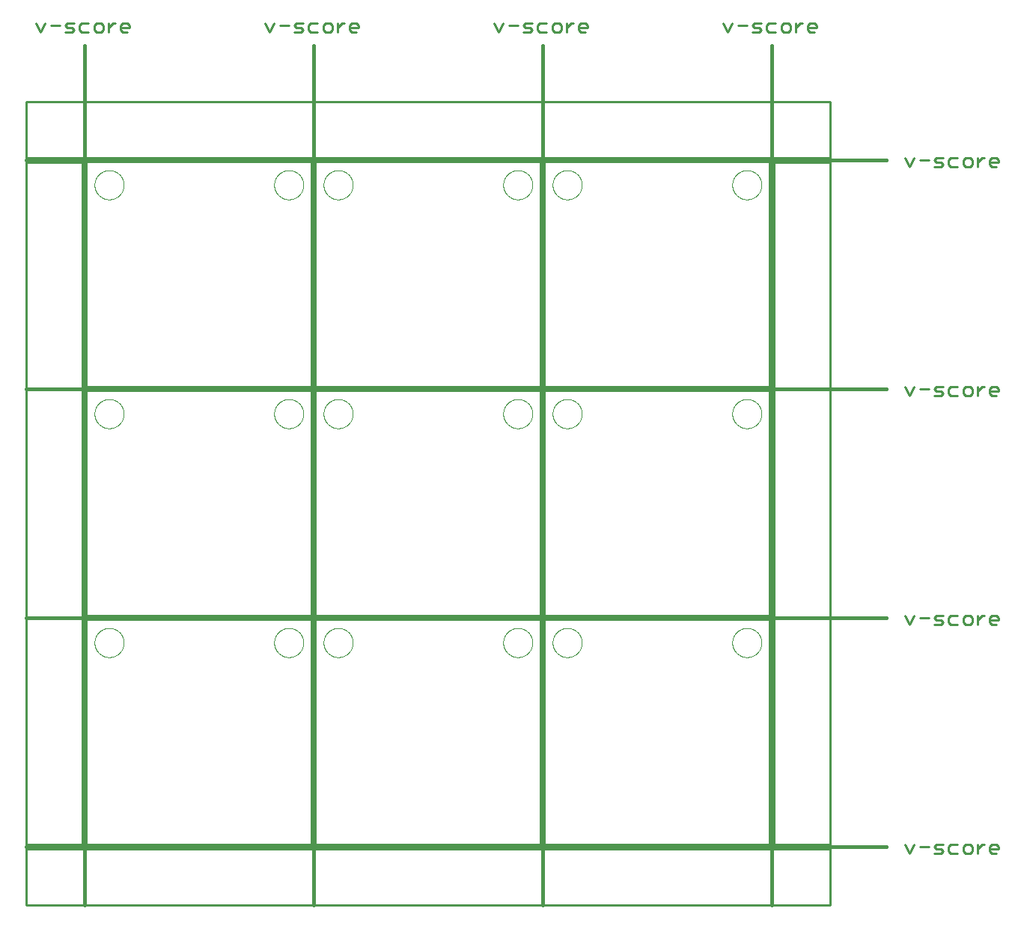
<source format=gko>
G75*
%MOIN*%
%OFA0B0*%
%FSLAX25Y25*%
%IPPOS*%
%LPD*%
%AMOC8*
5,1,8,0,0,1.08239X$1,22.5*
%
%ADD10C,0.00800*%
%ADD11C,0.01500*%
%ADD12C,0.01100*%
%ADD13C,0.01000*%
%ADD14C,0.00000*%
D10*
X0028750Y0028750D02*
X0128750Y0028750D01*
X0128750Y0128750D01*
X0028750Y0128750D01*
X0028750Y0028750D01*
X0130750Y0028750D02*
X0230750Y0028750D01*
X0230750Y0128750D01*
X0130750Y0128750D01*
X0130750Y0028750D01*
X0232750Y0028750D02*
X0332750Y0028750D01*
X0332750Y0128750D01*
X0232750Y0128750D01*
X0232750Y0028750D01*
X0232750Y0130750D02*
X0332750Y0130750D01*
X0332750Y0230750D01*
X0232750Y0230750D01*
X0232750Y0130750D01*
X0230750Y0130750D02*
X0130750Y0130750D01*
X0130750Y0230750D01*
X0230750Y0230750D01*
X0230750Y0130750D01*
X0128750Y0130750D02*
X0028750Y0130750D01*
X0028750Y0230750D01*
X0128750Y0230750D01*
X0128750Y0130750D01*
X0128750Y0232750D02*
X0028750Y0232750D01*
X0028750Y0332750D01*
X0128750Y0332750D01*
X0128750Y0232750D01*
X0130750Y0232750D02*
X0230750Y0232750D01*
X0230750Y0332750D01*
X0130750Y0332750D01*
X0130750Y0232750D01*
X0232750Y0232750D02*
X0332750Y0232750D01*
X0332750Y0332750D01*
X0232750Y0332750D01*
X0232750Y0232750D01*
D11*
X0384750Y0231750D02*
X0001750Y0231750D01*
X0001750Y0129750D02*
X0384750Y0129750D01*
X0384750Y0027750D02*
X0001750Y0027750D01*
X0027750Y0001750D02*
X0027750Y0384750D01*
X0001750Y0333750D02*
X0384750Y0333750D01*
X0333750Y0384750D02*
X0333750Y0001750D01*
X0231750Y0001750D02*
X0231750Y0384750D01*
X0129750Y0384750D02*
X0129750Y0001750D01*
D12*
X0393278Y0028737D02*
X0395246Y0024800D01*
X0397215Y0028737D01*
X0399723Y0027753D02*
X0403660Y0027753D01*
X0406169Y0027753D02*
X0407153Y0028737D01*
X0410106Y0028737D01*
X0409121Y0026768D02*
X0407153Y0026768D01*
X0406169Y0027753D01*
X0406169Y0024800D02*
X0409121Y0024800D01*
X0410106Y0025784D01*
X0409121Y0026768D01*
X0412614Y0025784D02*
X0413599Y0024800D01*
X0416551Y0024800D01*
X0419060Y0025784D02*
X0420044Y0024800D01*
X0422012Y0024800D01*
X0422997Y0025784D01*
X0422997Y0027753D01*
X0422012Y0028737D01*
X0420044Y0028737D01*
X0419060Y0027753D01*
X0419060Y0025784D01*
X0416551Y0028737D02*
X0413599Y0028737D01*
X0412614Y0027753D01*
X0412614Y0025784D01*
X0425505Y0024800D02*
X0425505Y0028737D01*
X0425505Y0026768D02*
X0427474Y0028737D01*
X0428458Y0028737D01*
X0430877Y0027753D02*
X0431861Y0028737D01*
X0433829Y0028737D01*
X0434813Y0027753D01*
X0434813Y0026768D01*
X0430877Y0026768D01*
X0430877Y0025784D02*
X0430877Y0027753D01*
X0430877Y0025784D02*
X0431861Y0024800D01*
X0433829Y0024800D01*
X0433829Y0126800D02*
X0431861Y0126800D01*
X0430877Y0127784D01*
X0430877Y0129753D01*
X0431861Y0130737D01*
X0433829Y0130737D01*
X0434813Y0129753D01*
X0434813Y0128768D01*
X0430877Y0128768D01*
X0428458Y0130737D02*
X0427474Y0130737D01*
X0425505Y0128768D01*
X0425505Y0126800D02*
X0425505Y0130737D01*
X0422997Y0129753D02*
X0422012Y0130737D01*
X0420044Y0130737D01*
X0419060Y0129753D01*
X0419060Y0127784D01*
X0420044Y0126800D01*
X0422012Y0126800D01*
X0422997Y0127784D01*
X0422997Y0129753D01*
X0416551Y0130737D02*
X0413599Y0130737D01*
X0412614Y0129753D01*
X0412614Y0127784D01*
X0413599Y0126800D01*
X0416551Y0126800D01*
X0410106Y0127784D02*
X0409121Y0128768D01*
X0407153Y0128768D01*
X0406169Y0129753D01*
X0407153Y0130737D01*
X0410106Y0130737D01*
X0410106Y0127784D02*
X0409121Y0126800D01*
X0406169Y0126800D01*
X0403660Y0129753D02*
X0399723Y0129753D01*
X0397215Y0130737D02*
X0395246Y0126800D01*
X0393278Y0130737D01*
X0395246Y0228800D02*
X0397215Y0232737D01*
X0399723Y0231753D02*
X0403660Y0231753D01*
X0406169Y0231753D02*
X0407153Y0232737D01*
X0410106Y0232737D01*
X0409121Y0230768D02*
X0407153Y0230768D01*
X0406169Y0231753D01*
X0406169Y0228800D02*
X0409121Y0228800D01*
X0410106Y0229784D01*
X0409121Y0230768D01*
X0412614Y0229784D02*
X0413599Y0228800D01*
X0416551Y0228800D01*
X0419060Y0229784D02*
X0420044Y0228800D01*
X0422012Y0228800D01*
X0422997Y0229784D01*
X0422997Y0231753D01*
X0422012Y0232737D01*
X0420044Y0232737D01*
X0419060Y0231753D01*
X0419060Y0229784D01*
X0416551Y0232737D02*
X0413599Y0232737D01*
X0412614Y0231753D01*
X0412614Y0229784D01*
X0425505Y0228800D02*
X0425505Y0232737D01*
X0425505Y0230768D02*
X0427474Y0232737D01*
X0428458Y0232737D01*
X0430877Y0231753D02*
X0431861Y0232737D01*
X0433829Y0232737D01*
X0434813Y0231753D01*
X0434813Y0230768D01*
X0430877Y0230768D01*
X0430877Y0229784D02*
X0430877Y0231753D01*
X0430877Y0229784D02*
X0431861Y0228800D01*
X0433829Y0228800D01*
X0395246Y0228800D02*
X0393278Y0232737D01*
X0395246Y0330800D02*
X0397215Y0334737D01*
X0399723Y0333753D02*
X0403660Y0333753D01*
X0406169Y0333753D02*
X0407153Y0334737D01*
X0410106Y0334737D01*
X0409121Y0332768D02*
X0410106Y0331784D01*
X0409121Y0330800D01*
X0406169Y0330800D01*
X0407153Y0332768D02*
X0406169Y0333753D01*
X0407153Y0332768D02*
X0409121Y0332768D01*
X0412614Y0331784D02*
X0413599Y0330800D01*
X0416551Y0330800D01*
X0419060Y0331784D02*
X0419060Y0333753D01*
X0420044Y0334737D01*
X0422012Y0334737D01*
X0422997Y0333753D01*
X0422997Y0331784D01*
X0422012Y0330800D01*
X0420044Y0330800D01*
X0419060Y0331784D01*
X0416551Y0334737D02*
X0413599Y0334737D01*
X0412614Y0333753D01*
X0412614Y0331784D01*
X0425505Y0330800D02*
X0425505Y0334737D01*
X0425505Y0332768D02*
X0427474Y0334737D01*
X0428458Y0334737D01*
X0430877Y0333753D02*
X0431861Y0334737D01*
X0433829Y0334737D01*
X0434813Y0333753D01*
X0434813Y0332768D01*
X0430877Y0332768D01*
X0430877Y0331784D02*
X0430877Y0333753D01*
X0430877Y0331784D02*
X0431861Y0330800D01*
X0433829Y0330800D01*
X0395246Y0330800D02*
X0393278Y0334737D01*
X0352829Y0390800D02*
X0350861Y0390800D01*
X0349877Y0391784D01*
X0349877Y0393753D01*
X0350861Y0394737D01*
X0352829Y0394737D01*
X0353813Y0393753D01*
X0353813Y0392768D01*
X0349877Y0392768D01*
X0347458Y0394737D02*
X0346474Y0394737D01*
X0344505Y0392768D01*
X0344505Y0390800D02*
X0344505Y0394737D01*
X0341997Y0393753D02*
X0341997Y0391784D01*
X0341012Y0390800D01*
X0339044Y0390800D01*
X0338060Y0391784D01*
X0338060Y0393753D01*
X0339044Y0394737D01*
X0341012Y0394737D01*
X0341997Y0393753D01*
X0335551Y0394737D02*
X0332599Y0394737D01*
X0331614Y0393753D01*
X0331614Y0391784D01*
X0332599Y0390800D01*
X0335551Y0390800D01*
X0329106Y0391784D02*
X0328121Y0392768D01*
X0326153Y0392768D01*
X0325169Y0393753D01*
X0326153Y0394737D01*
X0329106Y0394737D01*
X0329106Y0391784D02*
X0328121Y0390800D01*
X0325169Y0390800D01*
X0322660Y0393753D02*
X0318723Y0393753D01*
X0316215Y0394737D02*
X0314246Y0390800D01*
X0312278Y0394737D01*
X0251813Y0393753D02*
X0251813Y0392768D01*
X0247877Y0392768D01*
X0247877Y0391784D02*
X0247877Y0393753D01*
X0248861Y0394737D01*
X0250829Y0394737D01*
X0251813Y0393753D01*
X0250829Y0390800D02*
X0248861Y0390800D01*
X0247877Y0391784D01*
X0245458Y0394737D02*
X0244474Y0394737D01*
X0242505Y0392768D01*
X0242505Y0390800D02*
X0242505Y0394737D01*
X0239997Y0393753D02*
X0239997Y0391784D01*
X0239012Y0390800D01*
X0237044Y0390800D01*
X0236060Y0391784D01*
X0236060Y0393753D01*
X0237044Y0394737D01*
X0239012Y0394737D01*
X0239997Y0393753D01*
X0233551Y0394737D02*
X0230599Y0394737D01*
X0229614Y0393753D01*
X0229614Y0391784D01*
X0230599Y0390800D01*
X0233551Y0390800D01*
X0227106Y0391784D02*
X0226121Y0392768D01*
X0224153Y0392768D01*
X0223169Y0393753D01*
X0224153Y0394737D01*
X0227106Y0394737D01*
X0227106Y0391784D02*
X0226121Y0390800D01*
X0223169Y0390800D01*
X0220660Y0393753D02*
X0216723Y0393753D01*
X0214215Y0394737D02*
X0212246Y0390800D01*
X0210278Y0394737D01*
X0149813Y0393753D02*
X0149813Y0392768D01*
X0145877Y0392768D01*
X0145877Y0391784D02*
X0145877Y0393753D01*
X0146861Y0394737D01*
X0148829Y0394737D01*
X0149813Y0393753D01*
X0148829Y0390800D02*
X0146861Y0390800D01*
X0145877Y0391784D01*
X0143458Y0394737D02*
X0142474Y0394737D01*
X0140505Y0392768D01*
X0140505Y0390800D02*
X0140505Y0394737D01*
X0137997Y0393753D02*
X0137012Y0394737D01*
X0135044Y0394737D01*
X0134060Y0393753D01*
X0134060Y0391784D01*
X0135044Y0390800D01*
X0137012Y0390800D01*
X0137997Y0391784D01*
X0137997Y0393753D01*
X0131551Y0394737D02*
X0128599Y0394737D01*
X0127614Y0393753D01*
X0127614Y0391784D01*
X0128599Y0390800D01*
X0131551Y0390800D01*
X0125106Y0391784D02*
X0124121Y0392768D01*
X0122153Y0392768D01*
X0121169Y0393753D01*
X0122153Y0394737D01*
X0125106Y0394737D01*
X0125106Y0391784D02*
X0124121Y0390800D01*
X0121169Y0390800D01*
X0118660Y0393753D02*
X0114723Y0393753D01*
X0112215Y0394737D02*
X0110246Y0390800D01*
X0108278Y0394737D01*
X0047813Y0393753D02*
X0047813Y0392768D01*
X0043877Y0392768D01*
X0043877Y0391784D02*
X0043877Y0393753D01*
X0044861Y0394737D01*
X0046829Y0394737D01*
X0047813Y0393753D01*
X0046829Y0390800D02*
X0044861Y0390800D01*
X0043877Y0391784D01*
X0041458Y0394737D02*
X0040474Y0394737D01*
X0038505Y0392768D01*
X0038505Y0390800D02*
X0038505Y0394737D01*
X0035997Y0393753D02*
X0035012Y0394737D01*
X0033044Y0394737D01*
X0032060Y0393753D01*
X0032060Y0391784D01*
X0033044Y0390800D01*
X0035012Y0390800D01*
X0035997Y0391784D01*
X0035997Y0393753D01*
X0029551Y0394737D02*
X0026599Y0394737D01*
X0025614Y0393753D01*
X0025614Y0391784D01*
X0026599Y0390800D01*
X0029551Y0390800D01*
X0023106Y0391784D02*
X0022121Y0392768D01*
X0020153Y0392768D01*
X0019169Y0393753D01*
X0020153Y0394737D01*
X0023106Y0394737D01*
X0023106Y0391784D02*
X0022121Y0390800D01*
X0019169Y0390800D01*
X0016660Y0393753D02*
X0012723Y0393753D01*
X0010215Y0394737D02*
X0008246Y0390800D01*
X0006278Y0394737D01*
D13*
X0001750Y0026750D02*
X0001750Y0001750D01*
X0359750Y0001750D01*
X0359750Y0026750D01*
X0001750Y0026750D01*
X0001750Y0028750D02*
X0001750Y0332750D01*
X0026750Y0332750D01*
X0026750Y0028750D01*
X0001750Y0028750D01*
X0001750Y0334750D02*
X0001750Y0359750D01*
X0359750Y0359750D01*
X0359750Y0334750D01*
X0001750Y0334750D01*
X0334750Y0332750D02*
X0334750Y0028750D01*
X0359750Y0028750D01*
X0359750Y0332750D01*
X0334750Y0332750D01*
D14*
X0316250Y0322750D02*
X0316252Y0322911D01*
X0316258Y0323071D01*
X0316268Y0323232D01*
X0316282Y0323392D01*
X0316300Y0323552D01*
X0316321Y0323711D01*
X0316347Y0323870D01*
X0316377Y0324028D01*
X0316410Y0324185D01*
X0316448Y0324342D01*
X0316489Y0324497D01*
X0316534Y0324651D01*
X0316583Y0324804D01*
X0316636Y0324956D01*
X0316692Y0325107D01*
X0316753Y0325256D01*
X0316816Y0325404D01*
X0316884Y0325550D01*
X0316955Y0325694D01*
X0317029Y0325836D01*
X0317107Y0325977D01*
X0317189Y0326115D01*
X0317274Y0326252D01*
X0317362Y0326386D01*
X0317454Y0326518D01*
X0317549Y0326648D01*
X0317647Y0326776D01*
X0317748Y0326901D01*
X0317852Y0327023D01*
X0317959Y0327143D01*
X0318069Y0327260D01*
X0318182Y0327375D01*
X0318298Y0327486D01*
X0318417Y0327595D01*
X0318538Y0327700D01*
X0318662Y0327803D01*
X0318788Y0327903D01*
X0318916Y0327999D01*
X0319047Y0328092D01*
X0319181Y0328182D01*
X0319316Y0328269D01*
X0319454Y0328352D01*
X0319593Y0328432D01*
X0319735Y0328508D01*
X0319878Y0328581D01*
X0320023Y0328650D01*
X0320170Y0328716D01*
X0320318Y0328778D01*
X0320468Y0328836D01*
X0320619Y0328891D01*
X0320772Y0328942D01*
X0320926Y0328989D01*
X0321081Y0329032D01*
X0321237Y0329071D01*
X0321393Y0329107D01*
X0321551Y0329138D01*
X0321709Y0329166D01*
X0321868Y0329190D01*
X0322028Y0329210D01*
X0322188Y0329226D01*
X0322348Y0329238D01*
X0322509Y0329246D01*
X0322670Y0329250D01*
X0322830Y0329250D01*
X0322991Y0329246D01*
X0323152Y0329238D01*
X0323312Y0329226D01*
X0323472Y0329210D01*
X0323632Y0329190D01*
X0323791Y0329166D01*
X0323949Y0329138D01*
X0324107Y0329107D01*
X0324263Y0329071D01*
X0324419Y0329032D01*
X0324574Y0328989D01*
X0324728Y0328942D01*
X0324881Y0328891D01*
X0325032Y0328836D01*
X0325182Y0328778D01*
X0325330Y0328716D01*
X0325477Y0328650D01*
X0325622Y0328581D01*
X0325765Y0328508D01*
X0325907Y0328432D01*
X0326046Y0328352D01*
X0326184Y0328269D01*
X0326319Y0328182D01*
X0326453Y0328092D01*
X0326584Y0327999D01*
X0326712Y0327903D01*
X0326838Y0327803D01*
X0326962Y0327700D01*
X0327083Y0327595D01*
X0327202Y0327486D01*
X0327318Y0327375D01*
X0327431Y0327260D01*
X0327541Y0327143D01*
X0327648Y0327023D01*
X0327752Y0326901D01*
X0327853Y0326776D01*
X0327951Y0326648D01*
X0328046Y0326518D01*
X0328138Y0326386D01*
X0328226Y0326252D01*
X0328311Y0326115D01*
X0328393Y0325977D01*
X0328471Y0325836D01*
X0328545Y0325694D01*
X0328616Y0325550D01*
X0328684Y0325404D01*
X0328747Y0325256D01*
X0328808Y0325107D01*
X0328864Y0324956D01*
X0328917Y0324804D01*
X0328966Y0324651D01*
X0329011Y0324497D01*
X0329052Y0324342D01*
X0329090Y0324185D01*
X0329123Y0324028D01*
X0329153Y0323870D01*
X0329179Y0323711D01*
X0329200Y0323552D01*
X0329218Y0323392D01*
X0329232Y0323232D01*
X0329242Y0323071D01*
X0329248Y0322911D01*
X0329250Y0322750D01*
X0329248Y0322589D01*
X0329242Y0322429D01*
X0329232Y0322268D01*
X0329218Y0322108D01*
X0329200Y0321948D01*
X0329179Y0321789D01*
X0329153Y0321630D01*
X0329123Y0321472D01*
X0329090Y0321315D01*
X0329052Y0321158D01*
X0329011Y0321003D01*
X0328966Y0320849D01*
X0328917Y0320696D01*
X0328864Y0320544D01*
X0328808Y0320393D01*
X0328747Y0320244D01*
X0328684Y0320096D01*
X0328616Y0319950D01*
X0328545Y0319806D01*
X0328471Y0319664D01*
X0328393Y0319523D01*
X0328311Y0319385D01*
X0328226Y0319248D01*
X0328138Y0319114D01*
X0328046Y0318982D01*
X0327951Y0318852D01*
X0327853Y0318724D01*
X0327752Y0318599D01*
X0327648Y0318477D01*
X0327541Y0318357D01*
X0327431Y0318240D01*
X0327318Y0318125D01*
X0327202Y0318014D01*
X0327083Y0317905D01*
X0326962Y0317800D01*
X0326838Y0317697D01*
X0326712Y0317597D01*
X0326584Y0317501D01*
X0326453Y0317408D01*
X0326319Y0317318D01*
X0326184Y0317231D01*
X0326046Y0317148D01*
X0325907Y0317068D01*
X0325765Y0316992D01*
X0325622Y0316919D01*
X0325477Y0316850D01*
X0325330Y0316784D01*
X0325182Y0316722D01*
X0325032Y0316664D01*
X0324881Y0316609D01*
X0324728Y0316558D01*
X0324574Y0316511D01*
X0324419Y0316468D01*
X0324263Y0316429D01*
X0324107Y0316393D01*
X0323949Y0316362D01*
X0323791Y0316334D01*
X0323632Y0316310D01*
X0323472Y0316290D01*
X0323312Y0316274D01*
X0323152Y0316262D01*
X0322991Y0316254D01*
X0322830Y0316250D01*
X0322670Y0316250D01*
X0322509Y0316254D01*
X0322348Y0316262D01*
X0322188Y0316274D01*
X0322028Y0316290D01*
X0321868Y0316310D01*
X0321709Y0316334D01*
X0321551Y0316362D01*
X0321393Y0316393D01*
X0321237Y0316429D01*
X0321081Y0316468D01*
X0320926Y0316511D01*
X0320772Y0316558D01*
X0320619Y0316609D01*
X0320468Y0316664D01*
X0320318Y0316722D01*
X0320170Y0316784D01*
X0320023Y0316850D01*
X0319878Y0316919D01*
X0319735Y0316992D01*
X0319593Y0317068D01*
X0319454Y0317148D01*
X0319316Y0317231D01*
X0319181Y0317318D01*
X0319047Y0317408D01*
X0318916Y0317501D01*
X0318788Y0317597D01*
X0318662Y0317697D01*
X0318538Y0317800D01*
X0318417Y0317905D01*
X0318298Y0318014D01*
X0318182Y0318125D01*
X0318069Y0318240D01*
X0317959Y0318357D01*
X0317852Y0318477D01*
X0317748Y0318599D01*
X0317647Y0318724D01*
X0317549Y0318852D01*
X0317454Y0318982D01*
X0317362Y0319114D01*
X0317274Y0319248D01*
X0317189Y0319385D01*
X0317107Y0319523D01*
X0317029Y0319664D01*
X0316955Y0319806D01*
X0316884Y0319950D01*
X0316816Y0320096D01*
X0316753Y0320244D01*
X0316692Y0320393D01*
X0316636Y0320544D01*
X0316583Y0320696D01*
X0316534Y0320849D01*
X0316489Y0321003D01*
X0316448Y0321158D01*
X0316410Y0321315D01*
X0316377Y0321472D01*
X0316347Y0321630D01*
X0316321Y0321789D01*
X0316300Y0321948D01*
X0316282Y0322108D01*
X0316268Y0322268D01*
X0316258Y0322429D01*
X0316252Y0322589D01*
X0316250Y0322750D01*
X0236250Y0322750D02*
X0236252Y0322911D01*
X0236258Y0323071D01*
X0236268Y0323232D01*
X0236282Y0323392D01*
X0236300Y0323552D01*
X0236321Y0323711D01*
X0236347Y0323870D01*
X0236377Y0324028D01*
X0236410Y0324185D01*
X0236448Y0324342D01*
X0236489Y0324497D01*
X0236534Y0324651D01*
X0236583Y0324804D01*
X0236636Y0324956D01*
X0236692Y0325107D01*
X0236753Y0325256D01*
X0236816Y0325404D01*
X0236884Y0325550D01*
X0236955Y0325694D01*
X0237029Y0325836D01*
X0237107Y0325977D01*
X0237189Y0326115D01*
X0237274Y0326252D01*
X0237362Y0326386D01*
X0237454Y0326518D01*
X0237549Y0326648D01*
X0237647Y0326776D01*
X0237748Y0326901D01*
X0237852Y0327023D01*
X0237959Y0327143D01*
X0238069Y0327260D01*
X0238182Y0327375D01*
X0238298Y0327486D01*
X0238417Y0327595D01*
X0238538Y0327700D01*
X0238662Y0327803D01*
X0238788Y0327903D01*
X0238916Y0327999D01*
X0239047Y0328092D01*
X0239181Y0328182D01*
X0239316Y0328269D01*
X0239454Y0328352D01*
X0239593Y0328432D01*
X0239735Y0328508D01*
X0239878Y0328581D01*
X0240023Y0328650D01*
X0240170Y0328716D01*
X0240318Y0328778D01*
X0240468Y0328836D01*
X0240619Y0328891D01*
X0240772Y0328942D01*
X0240926Y0328989D01*
X0241081Y0329032D01*
X0241237Y0329071D01*
X0241393Y0329107D01*
X0241551Y0329138D01*
X0241709Y0329166D01*
X0241868Y0329190D01*
X0242028Y0329210D01*
X0242188Y0329226D01*
X0242348Y0329238D01*
X0242509Y0329246D01*
X0242670Y0329250D01*
X0242830Y0329250D01*
X0242991Y0329246D01*
X0243152Y0329238D01*
X0243312Y0329226D01*
X0243472Y0329210D01*
X0243632Y0329190D01*
X0243791Y0329166D01*
X0243949Y0329138D01*
X0244107Y0329107D01*
X0244263Y0329071D01*
X0244419Y0329032D01*
X0244574Y0328989D01*
X0244728Y0328942D01*
X0244881Y0328891D01*
X0245032Y0328836D01*
X0245182Y0328778D01*
X0245330Y0328716D01*
X0245477Y0328650D01*
X0245622Y0328581D01*
X0245765Y0328508D01*
X0245907Y0328432D01*
X0246046Y0328352D01*
X0246184Y0328269D01*
X0246319Y0328182D01*
X0246453Y0328092D01*
X0246584Y0327999D01*
X0246712Y0327903D01*
X0246838Y0327803D01*
X0246962Y0327700D01*
X0247083Y0327595D01*
X0247202Y0327486D01*
X0247318Y0327375D01*
X0247431Y0327260D01*
X0247541Y0327143D01*
X0247648Y0327023D01*
X0247752Y0326901D01*
X0247853Y0326776D01*
X0247951Y0326648D01*
X0248046Y0326518D01*
X0248138Y0326386D01*
X0248226Y0326252D01*
X0248311Y0326115D01*
X0248393Y0325977D01*
X0248471Y0325836D01*
X0248545Y0325694D01*
X0248616Y0325550D01*
X0248684Y0325404D01*
X0248747Y0325256D01*
X0248808Y0325107D01*
X0248864Y0324956D01*
X0248917Y0324804D01*
X0248966Y0324651D01*
X0249011Y0324497D01*
X0249052Y0324342D01*
X0249090Y0324185D01*
X0249123Y0324028D01*
X0249153Y0323870D01*
X0249179Y0323711D01*
X0249200Y0323552D01*
X0249218Y0323392D01*
X0249232Y0323232D01*
X0249242Y0323071D01*
X0249248Y0322911D01*
X0249250Y0322750D01*
X0249248Y0322589D01*
X0249242Y0322429D01*
X0249232Y0322268D01*
X0249218Y0322108D01*
X0249200Y0321948D01*
X0249179Y0321789D01*
X0249153Y0321630D01*
X0249123Y0321472D01*
X0249090Y0321315D01*
X0249052Y0321158D01*
X0249011Y0321003D01*
X0248966Y0320849D01*
X0248917Y0320696D01*
X0248864Y0320544D01*
X0248808Y0320393D01*
X0248747Y0320244D01*
X0248684Y0320096D01*
X0248616Y0319950D01*
X0248545Y0319806D01*
X0248471Y0319664D01*
X0248393Y0319523D01*
X0248311Y0319385D01*
X0248226Y0319248D01*
X0248138Y0319114D01*
X0248046Y0318982D01*
X0247951Y0318852D01*
X0247853Y0318724D01*
X0247752Y0318599D01*
X0247648Y0318477D01*
X0247541Y0318357D01*
X0247431Y0318240D01*
X0247318Y0318125D01*
X0247202Y0318014D01*
X0247083Y0317905D01*
X0246962Y0317800D01*
X0246838Y0317697D01*
X0246712Y0317597D01*
X0246584Y0317501D01*
X0246453Y0317408D01*
X0246319Y0317318D01*
X0246184Y0317231D01*
X0246046Y0317148D01*
X0245907Y0317068D01*
X0245765Y0316992D01*
X0245622Y0316919D01*
X0245477Y0316850D01*
X0245330Y0316784D01*
X0245182Y0316722D01*
X0245032Y0316664D01*
X0244881Y0316609D01*
X0244728Y0316558D01*
X0244574Y0316511D01*
X0244419Y0316468D01*
X0244263Y0316429D01*
X0244107Y0316393D01*
X0243949Y0316362D01*
X0243791Y0316334D01*
X0243632Y0316310D01*
X0243472Y0316290D01*
X0243312Y0316274D01*
X0243152Y0316262D01*
X0242991Y0316254D01*
X0242830Y0316250D01*
X0242670Y0316250D01*
X0242509Y0316254D01*
X0242348Y0316262D01*
X0242188Y0316274D01*
X0242028Y0316290D01*
X0241868Y0316310D01*
X0241709Y0316334D01*
X0241551Y0316362D01*
X0241393Y0316393D01*
X0241237Y0316429D01*
X0241081Y0316468D01*
X0240926Y0316511D01*
X0240772Y0316558D01*
X0240619Y0316609D01*
X0240468Y0316664D01*
X0240318Y0316722D01*
X0240170Y0316784D01*
X0240023Y0316850D01*
X0239878Y0316919D01*
X0239735Y0316992D01*
X0239593Y0317068D01*
X0239454Y0317148D01*
X0239316Y0317231D01*
X0239181Y0317318D01*
X0239047Y0317408D01*
X0238916Y0317501D01*
X0238788Y0317597D01*
X0238662Y0317697D01*
X0238538Y0317800D01*
X0238417Y0317905D01*
X0238298Y0318014D01*
X0238182Y0318125D01*
X0238069Y0318240D01*
X0237959Y0318357D01*
X0237852Y0318477D01*
X0237748Y0318599D01*
X0237647Y0318724D01*
X0237549Y0318852D01*
X0237454Y0318982D01*
X0237362Y0319114D01*
X0237274Y0319248D01*
X0237189Y0319385D01*
X0237107Y0319523D01*
X0237029Y0319664D01*
X0236955Y0319806D01*
X0236884Y0319950D01*
X0236816Y0320096D01*
X0236753Y0320244D01*
X0236692Y0320393D01*
X0236636Y0320544D01*
X0236583Y0320696D01*
X0236534Y0320849D01*
X0236489Y0321003D01*
X0236448Y0321158D01*
X0236410Y0321315D01*
X0236377Y0321472D01*
X0236347Y0321630D01*
X0236321Y0321789D01*
X0236300Y0321948D01*
X0236282Y0322108D01*
X0236268Y0322268D01*
X0236258Y0322429D01*
X0236252Y0322589D01*
X0236250Y0322750D01*
X0214250Y0322750D02*
X0214252Y0322911D01*
X0214258Y0323071D01*
X0214268Y0323232D01*
X0214282Y0323392D01*
X0214300Y0323552D01*
X0214321Y0323711D01*
X0214347Y0323870D01*
X0214377Y0324028D01*
X0214410Y0324185D01*
X0214448Y0324342D01*
X0214489Y0324497D01*
X0214534Y0324651D01*
X0214583Y0324804D01*
X0214636Y0324956D01*
X0214692Y0325107D01*
X0214753Y0325256D01*
X0214816Y0325404D01*
X0214884Y0325550D01*
X0214955Y0325694D01*
X0215029Y0325836D01*
X0215107Y0325977D01*
X0215189Y0326115D01*
X0215274Y0326252D01*
X0215362Y0326386D01*
X0215454Y0326518D01*
X0215549Y0326648D01*
X0215647Y0326776D01*
X0215748Y0326901D01*
X0215852Y0327023D01*
X0215959Y0327143D01*
X0216069Y0327260D01*
X0216182Y0327375D01*
X0216298Y0327486D01*
X0216417Y0327595D01*
X0216538Y0327700D01*
X0216662Y0327803D01*
X0216788Y0327903D01*
X0216916Y0327999D01*
X0217047Y0328092D01*
X0217181Y0328182D01*
X0217316Y0328269D01*
X0217454Y0328352D01*
X0217593Y0328432D01*
X0217735Y0328508D01*
X0217878Y0328581D01*
X0218023Y0328650D01*
X0218170Y0328716D01*
X0218318Y0328778D01*
X0218468Y0328836D01*
X0218619Y0328891D01*
X0218772Y0328942D01*
X0218926Y0328989D01*
X0219081Y0329032D01*
X0219237Y0329071D01*
X0219393Y0329107D01*
X0219551Y0329138D01*
X0219709Y0329166D01*
X0219868Y0329190D01*
X0220028Y0329210D01*
X0220188Y0329226D01*
X0220348Y0329238D01*
X0220509Y0329246D01*
X0220670Y0329250D01*
X0220830Y0329250D01*
X0220991Y0329246D01*
X0221152Y0329238D01*
X0221312Y0329226D01*
X0221472Y0329210D01*
X0221632Y0329190D01*
X0221791Y0329166D01*
X0221949Y0329138D01*
X0222107Y0329107D01*
X0222263Y0329071D01*
X0222419Y0329032D01*
X0222574Y0328989D01*
X0222728Y0328942D01*
X0222881Y0328891D01*
X0223032Y0328836D01*
X0223182Y0328778D01*
X0223330Y0328716D01*
X0223477Y0328650D01*
X0223622Y0328581D01*
X0223765Y0328508D01*
X0223907Y0328432D01*
X0224046Y0328352D01*
X0224184Y0328269D01*
X0224319Y0328182D01*
X0224453Y0328092D01*
X0224584Y0327999D01*
X0224712Y0327903D01*
X0224838Y0327803D01*
X0224962Y0327700D01*
X0225083Y0327595D01*
X0225202Y0327486D01*
X0225318Y0327375D01*
X0225431Y0327260D01*
X0225541Y0327143D01*
X0225648Y0327023D01*
X0225752Y0326901D01*
X0225853Y0326776D01*
X0225951Y0326648D01*
X0226046Y0326518D01*
X0226138Y0326386D01*
X0226226Y0326252D01*
X0226311Y0326115D01*
X0226393Y0325977D01*
X0226471Y0325836D01*
X0226545Y0325694D01*
X0226616Y0325550D01*
X0226684Y0325404D01*
X0226747Y0325256D01*
X0226808Y0325107D01*
X0226864Y0324956D01*
X0226917Y0324804D01*
X0226966Y0324651D01*
X0227011Y0324497D01*
X0227052Y0324342D01*
X0227090Y0324185D01*
X0227123Y0324028D01*
X0227153Y0323870D01*
X0227179Y0323711D01*
X0227200Y0323552D01*
X0227218Y0323392D01*
X0227232Y0323232D01*
X0227242Y0323071D01*
X0227248Y0322911D01*
X0227250Y0322750D01*
X0227248Y0322589D01*
X0227242Y0322429D01*
X0227232Y0322268D01*
X0227218Y0322108D01*
X0227200Y0321948D01*
X0227179Y0321789D01*
X0227153Y0321630D01*
X0227123Y0321472D01*
X0227090Y0321315D01*
X0227052Y0321158D01*
X0227011Y0321003D01*
X0226966Y0320849D01*
X0226917Y0320696D01*
X0226864Y0320544D01*
X0226808Y0320393D01*
X0226747Y0320244D01*
X0226684Y0320096D01*
X0226616Y0319950D01*
X0226545Y0319806D01*
X0226471Y0319664D01*
X0226393Y0319523D01*
X0226311Y0319385D01*
X0226226Y0319248D01*
X0226138Y0319114D01*
X0226046Y0318982D01*
X0225951Y0318852D01*
X0225853Y0318724D01*
X0225752Y0318599D01*
X0225648Y0318477D01*
X0225541Y0318357D01*
X0225431Y0318240D01*
X0225318Y0318125D01*
X0225202Y0318014D01*
X0225083Y0317905D01*
X0224962Y0317800D01*
X0224838Y0317697D01*
X0224712Y0317597D01*
X0224584Y0317501D01*
X0224453Y0317408D01*
X0224319Y0317318D01*
X0224184Y0317231D01*
X0224046Y0317148D01*
X0223907Y0317068D01*
X0223765Y0316992D01*
X0223622Y0316919D01*
X0223477Y0316850D01*
X0223330Y0316784D01*
X0223182Y0316722D01*
X0223032Y0316664D01*
X0222881Y0316609D01*
X0222728Y0316558D01*
X0222574Y0316511D01*
X0222419Y0316468D01*
X0222263Y0316429D01*
X0222107Y0316393D01*
X0221949Y0316362D01*
X0221791Y0316334D01*
X0221632Y0316310D01*
X0221472Y0316290D01*
X0221312Y0316274D01*
X0221152Y0316262D01*
X0220991Y0316254D01*
X0220830Y0316250D01*
X0220670Y0316250D01*
X0220509Y0316254D01*
X0220348Y0316262D01*
X0220188Y0316274D01*
X0220028Y0316290D01*
X0219868Y0316310D01*
X0219709Y0316334D01*
X0219551Y0316362D01*
X0219393Y0316393D01*
X0219237Y0316429D01*
X0219081Y0316468D01*
X0218926Y0316511D01*
X0218772Y0316558D01*
X0218619Y0316609D01*
X0218468Y0316664D01*
X0218318Y0316722D01*
X0218170Y0316784D01*
X0218023Y0316850D01*
X0217878Y0316919D01*
X0217735Y0316992D01*
X0217593Y0317068D01*
X0217454Y0317148D01*
X0217316Y0317231D01*
X0217181Y0317318D01*
X0217047Y0317408D01*
X0216916Y0317501D01*
X0216788Y0317597D01*
X0216662Y0317697D01*
X0216538Y0317800D01*
X0216417Y0317905D01*
X0216298Y0318014D01*
X0216182Y0318125D01*
X0216069Y0318240D01*
X0215959Y0318357D01*
X0215852Y0318477D01*
X0215748Y0318599D01*
X0215647Y0318724D01*
X0215549Y0318852D01*
X0215454Y0318982D01*
X0215362Y0319114D01*
X0215274Y0319248D01*
X0215189Y0319385D01*
X0215107Y0319523D01*
X0215029Y0319664D01*
X0214955Y0319806D01*
X0214884Y0319950D01*
X0214816Y0320096D01*
X0214753Y0320244D01*
X0214692Y0320393D01*
X0214636Y0320544D01*
X0214583Y0320696D01*
X0214534Y0320849D01*
X0214489Y0321003D01*
X0214448Y0321158D01*
X0214410Y0321315D01*
X0214377Y0321472D01*
X0214347Y0321630D01*
X0214321Y0321789D01*
X0214300Y0321948D01*
X0214282Y0322108D01*
X0214268Y0322268D01*
X0214258Y0322429D01*
X0214252Y0322589D01*
X0214250Y0322750D01*
X0134250Y0322750D02*
X0134252Y0322911D01*
X0134258Y0323071D01*
X0134268Y0323232D01*
X0134282Y0323392D01*
X0134300Y0323552D01*
X0134321Y0323711D01*
X0134347Y0323870D01*
X0134377Y0324028D01*
X0134410Y0324185D01*
X0134448Y0324342D01*
X0134489Y0324497D01*
X0134534Y0324651D01*
X0134583Y0324804D01*
X0134636Y0324956D01*
X0134692Y0325107D01*
X0134753Y0325256D01*
X0134816Y0325404D01*
X0134884Y0325550D01*
X0134955Y0325694D01*
X0135029Y0325836D01*
X0135107Y0325977D01*
X0135189Y0326115D01*
X0135274Y0326252D01*
X0135362Y0326386D01*
X0135454Y0326518D01*
X0135549Y0326648D01*
X0135647Y0326776D01*
X0135748Y0326901D01*
X0135852Y0327023D01*
X0135959Y0327143D01*
X0136069Y0327260D01*
X0136182Y0327375D01*
X0136298Y0327486D01*
X0136417Y0327595D01*
X0136538Y0327700D01*
X0136662Y0327803D01*
X0136788Y0327903D01*
X0136916Y0327999D01*
X0137047Y0328092D01*
X0137181Y0328182D01*
X0137316Y0328269D01*
X0137454Y0328352D01*
X0137593Y0328432D01*
X0137735Y0328508D01*
X0137878Y0328581D01*
X0138023Y0328650D01*
X0138170Y0328716D01*
X0138318Y0328778D01*
X0138468Y0328836D01*
X0138619Y0328891D01*
X0138772Y0328942D01*
X0138926Y0328989D01*
X0139081Y0329032D01*
X0139237Y0329071D01*
X0139393Y0329107D01*
X0139551Y0329138D01*
X0139709Y0329166D01*
X0139868Y0329190D01*
X0140028Y0329210D01*
X0140188Y0329226D01*
X0140348Y0329238D01*
X0140509Y0329246D01*
X0140670Y0329250D01*
X0140830Y0329250D01*
X0140991Y0329246D01*
X0141152Y0329238D01*
X0141312Y0329226D01*
X0141472Y0329210D01*
X0141632Y0329190D01*
X0141791Y0329166D01*
X0141949Y0329138D01*
X0142107Y0329107D01*
X0142263Y0329071D01*
X0142419Y0329032D01*
X0142574Y0328989D01*
X0142728Y0328942D01*
X0142881Y0328891D01*
X0143032Y0328836D01*
X0143182Y0328778D01*
X0143330Y0328716D01*
X0143477Y0328650D01*
X0143622Y0328581D01*
X0143765Y0328508D01*
X0143907Y0328432D01*
X0144046Y0328352D01*
X0144184Y0328269D01*
X0144319Y0328182D01*
X0144453Y0328092D01*
X0144584Y0327999D01*
X0144712Y0327903D01*
X0144838Y0327803D01*
X0144962Y0327700D01*
X0145083Y0327595D01*
X0145202Y0327486D01*
X0145318Y0327375D01*
X0145431Y0327260D01*
X0145541Y0327143D01*
X0145648Y0327023D01*
X0145752Y0326901D01*
X0145853Y0326776D01*
X0145951Y0326648D01*
X0146046Y0326518D01*
X0146138Y0326386D01*
X0146226Y0326252D01*
X0146311Y0326115D01*
X0146393Y0325977D01*
X0146471Y0325836D01*
X0146545Y0325694D01*
X0146616Y0325550D01*
X0146684Y0325404D01*
X0146747Y0325256D01*
X0146808Y0325107D01*
X0146864Y0324956D01*
X0146917Y0324804D01*
X0146966Y0324651D01*
X0147011Y0324497D01*
X0147052Y0324342D01*
X0147090Y0324185D01*
X0147123Y0324028D01*
X0147153Y0323870D01*
X0147179Y0323711D01*
X0147200Y0323552D01*
X0147218Y0323392D01*
X0147232Y0323232D01*
X0147242Y0323071D01*
X0147248Y0322911D01*
X0147250Y0322750D01*
X0147248Y0322589D01*
X0147242Y0322429D01*
X0147232Y0322268D01*
X0147218Y0322108D01*
X0147200Y0321948D01*
X0147179Y0321789D01*
X0147153Y0321630D01*
X0147123Y0321472D01*
X0147090Y0321315D01*
X0147052Y0321158D01*
X0147011Y0321003D01*
X0146966Y0320849D01*
X0146917Y0320696D01*
X0146864Y0320544D01*
X0146808Y0320393D01*
X0146747Y0320244D01*
X0146684Y0320096D01*
X0146616Y0319950D01*
X0146545Y0319806D01*
X0146471Y0319664D01*
X0146393Y0319523D01*
X0146311Y0319385D01*
X0146226Y0319248D01*
X0146138Y0319114D01*
X0146046Y0318982D01*
X0145951Y0318852D01*
X0145853Y0318724D01*
X0145752Y0318599D01*
X0145648Y0318477D01*
X0145541Y0318357D01*
X0145431Y0318240D01*
X0145318Y0318125D01*
X0145202Y0318014D01*
X0145083Y0317905D01*
X0144962Y0317800D01*
X0144838Y0317697D01*
X0144712Y0317597D01*
X0144584Y0317501D01*
X0144453Y0317408D01*
X0144319Y0317318D01*
X0144184Y0317231D01*
X0144046Y0317148D01*
X0143907Y0317068D01*
X0143765Y0316992D01*
X0143622Y0316919D01*
X0143477Y0316850D01*
X0143330Y0316784D01*
X0143182Y0316722D01*
X0143032Y0316664D01*
X0142881Y0316609D01*
X0142728Y0316558D01*
X0142574Y0316511D01*
X0142419Y0316468D01*
X0142263Y0316429D01*
X0142107Y0316393D01*
X0141949Y0316362D01*
X0141791Y0316334D01*
X0141632Y0316310D01*
X0141472Y0316290D01*
X0141312Y0316274D01*
X0141152Y0316262D01*
X0140991Y0316254D01*
X0140830Y0316250D01*
X0140670Y0316250D01*
X0140509Y0316254D01*
X0140348Y0316262D01*
X0140188Y0316274D01*
X0140028Y0316290D01*
X0139868Y0316310D01*
X0139709Y0316334D01*
X0139551Y0316362D01*
X0139393Y0316393D01*
X0139237Y0316429D01*
X0139081Y0316468D01*
X0138926Y0316511D01*
X0138772Y0316558D01*
X0138619Y0316609D01*
X0138468Y0316664D01*
X0138318Y0316722D01*
X0138170Y0316784D01*
X0138023Y0316850D01*
X0137878Y0316919D01*
X0137735Y0316992D01*
X0137593Y0317068D01*
X0137454Y0317148D01*
X0137316Y0317231D01*
X0137181Y0317318D01*
X0137047Y0317408D01*
X0136916Y0317501D01*
X0136788Y0317597D01*
X0136662Y0317697D01*
X0136538Y0317800D01*
X0136417Y0317905D01*
X0136298Y0318014D01*
X0136182Y0318125D01*
X0136069Y0318240D01*
X0135959Y0318357D01*
X0135852Y0318477D01*
X0135748Y0318599D01*
X0135647Y0318724D01*
X0135549Y0318852D01*
X0135454Y0318982D01*
X0135362Y0319114D01*
X0135274Y0319248D01*
X0135189Y0319385D01*
X0135107Y0319523D01*
X0135029Y0319664D01*
X0134955Y0319806D01*
X0134884Y0319950D01*
X0134816Y0320096D01*
X0134753Y0320244D01*
X0134692Y0320393D01*
X0134636Y0320544D01*
X0134583Y0320696D01*
X0134534Y0320849D01*
X0134489Y0321003D01*
X0134448Y0321158D01*
X0134410Y0321315D01*
X0134377Y0321472D01*
X0134347Y0321630D01*
X0134321Y0321789D01*
X0134300Y0321948D01*
X0134282Y0322108D01*
X0134268Y0322268D01*
X0134258Y0322429D01*
X0134252Y0322589D01*
X0134250Y0322750D01*
X0112250Y0322750D02*
X0112252Y0322911D01*
X0112258Y0323071D01*
X0112268Y0323232D01*
X0112282Y0323392D01*
X0112300Y0323552D01*
X0112321Y0323711D01*
X0112347Y0323870D01*
X0112377Y0324028D01*
X0112410Y0324185D01*
X0112448Y0324342D01*
X0112489Y0324497D01*
X0112534Y0324651D01*
X0112583Y0324804D01*
X0112636Y0324956D01*
X0112692Y0325107D01*
X0112753Y0325256D01*
X0112816Y0325404D01*
X0112884Y0325550D01*
X0112955Y0325694D01*
X0113029Y0325836D01*
X0113107Y0325977D01*
X0113189Y0326115D01*
X0113274Y0326252D01*
X0113362Y0326386D01*
X0113454Y0326518D01*
X0113549Y0326648D01*
X0113647Y0326776D01*
X0113748Y0326901D01*
X0113852Y0327023D01*
X0113959Y0327143D01*
X0114069Y0327260D01*
X0114182Y0327375D01*
X0114298Y0327486D01*
X0114417Y0327595D01*
X0114538Y0327700D01*
X0114662Y0327803D01*
X0114788Y0327903D01*
X0114916Y0327999D01*
X0115047Y0328092D01*
X0115181Y0328182D01*
X0115316Y0328269D01*
X0115454Y0328352D01*
X0115593Y0328432D01*
X0115735Y0328508D01*
X0115878Y0328581D01*
X0116023Y0328650D01*
X0116170Y0328716D01*
X0116318Y0328778D01*
X0116468Y0328836D01*
X0116619Y0328891D01*
X0116772Y0328942D01*
X0116926Y0328989D01*
X0117081Y0329032D01*
X0117237Y0329071D01*
X0117393Y0329107D01*
X0117551Y0329138D01*
X0117709Y0329166D01*
X0117868Y0329190D01*
X0118028Y0329210D01*
X0118188Y0329226D01*
X0118348Y0329238D01*
X0118509Y0329246D01*
X0118670Y0329250D01*
X0118830Y0329250D01*
X0118991Y0329246D01*
X0119152Y0329238D01*
X0119312Y0329226D01*
X0119472Y0329210D01*
X0119632Y0329190D01*
X0119791Y0329166D01*
X0119949Y0329138D01*
X0120107Y0329107D01*
X0120263Y0329071D01*
X0120419Y0329032D01*
X0120574Y0328989D01*
X0120728Y0328942D01*
X0120881Y0328891D01*
X0121032Y0328836D01*
X0121182Y0328778D01*
X0121330Y0328716D01*
X0121477Y0328650D01*
X0121622Y0328581D01*
X0121765Y0328508D01*
X0121907Y0328432D01*
X0122046Y0328352D01*
X0122184Y0328269D01*
X0122319Y0328182D01*
X0122453Y0328092D01*
X0122584Y0327999D01*
X0122712Y0327903D01*
X0122838Y0327803D01*
X0122962Y0327700D01*
X0123083Y0327595D01*
X0123202Y0327486D01*
X0123318Y0327375D01*
X0123431Y0327260D01*
X0123541Y0327143D01*
X0123648Y0327023D01*
X0123752Y0326901D01*
X0123853Y0326776D01*
X0123951Y0326648D01*
X0124046Y0326518D01*
X0124138Y0326386D01*
X0124226Y0326252D01*
X0124311Y0326115D01*
X0124393Y0325977D01*
X0124471Y0325836D01*
X0124545Y0325694D01*
X0124616Y0325550D01*
X0124684Y0325404D01*
X0124747Y0325256D01*
X0124808Y0325107D01*
X0124864Y0324956D01*
X0124917Y0324804D01*
X0124966Y0324651D01*
X0125011Y0324497D01*
X0125052Y0324342D01*
X0125090Y0324185D01*
X0125123Y0324028D01*
X0125153Y0323870D01*
X0125179Y0323711D01*
X0125200Y0323552D01*
X0125218Y0323392D01*
X0125232Y0323232D01*
X0125242Y0323071D01*
X0125248Y0322911D01*
X0125250Y0322750D01*
X0125248Y0322589D01*
X0125242Y0322429D01*
X0125232Y0322268D01*
X0125218Y0322108D01*
X0125200Y0321948D01*
X0125179Y0321789D01*
X0125153Y0321630D01*
X0125123Y0321472D01*
X0125090Y0321315D01*
X0125052Y0321158D01*
X0125011Y0321003D01*
X0124966Y0320849D01*
X0124917Y0320696D01*
X0124864Y0320544D01*
X0124808Y0320393D01*
X0124747Y0320244D01*
X0124684Y0320096D01*
X0124616Y0319950D01*
X0124545Y0319806D01*
X0124471Y0319664D01*
X0124393Y0319523D01*
X0124311Y0319385D01*
X0124226Y0319248D01*
X0124138Y0319114D01*
X0124046Y0318982D01*
X0123951Y0318852D01*
X0123853Y0318724D01*
X0123752Y0318599D01*
X0123648Y0318477D01*
X0123541Y0318357D01*
X0123431Y0318240D01*
X0123318Y0318125D01*
X0123202Y0318014D01*
X0123083Y0317905D01*
X0122962Y0317800D01*
X0122838Y0317697D01*
X0122712Y0317597D01*
X0122584Y0317501D01*
X0122453Y0317408D01*
X0122319Y0317318D01*
X0122184Y0317231D01*
X0122046Y0317148D01*
X0121907Y0317068D01*
X0121765Y0316992D01*
X0121622Y0316919D01*
X0121477Y0316850D01*
X0121330Y0316784D01*
X0121182Y0316722D01*
X0121032Y0316664D01*
X0120881Y0316609D01*
X0120728Y0316558D01*
X0120574Y0316511D01*
X0120419Y0316468D01*
X0120263Y0316429D01*
X0120107Y0316393D01*
X0119949Y0316362D01*
X0119791Y0316334D01*
X0119632Y0316310D01*
X0119472Y0316290D01*
X0119312Y0316274D01*
X0119152Y0316262D01*
X0118991Y0316254D01*
X0118830Y0316250D01*
X0118670Y0316250D01*
X0118509Y0316254D01*
X0118348Y0316262D01*
X0118188Y0316274D01*
X0118028Y0316290D01*
X0117868Y0316310D01*
X0117709Y0316334D01*
X0117551Y0316362D01*
X0117393Y0316393D01*
X0117237Y0316429D01*
X0117081Y0316468D01*
X0116926Y0316511D01*
X0116772Y0316558D01*
X0116619Y0316609D01*
X0116468Y0316664D01*
X0116318Y0316722D01*
X0116170Y0316784D01*
X0116023Y0316850D01*
X0115878Y0316919D01*
X0115735Y0316992D01*
X0115593Y0317068D01*
X0115454Y0317148D01*
X0115316Y0317231D01*
X0115181Y0317318D01*
X0115047Y0317408D01*
X0114916Y0317501D01*
X0114788Y0317597D01*
X0114662Y0317697D01*
X0114538Y0317800D01*
X0114417Y0317905D01*
X0114298Y0318014D01*
X0114182Y0318125D01*
X0114069Y0318240D01*
X0113959Y0318357D01*
X0113852Y0318477D01*
X0113748Y0318599D01*
X0113647Y0318724D01*
X0113549Y0318852D01*
X0113454Y0318982D01*
X0113362Y0319114D01*
X0113274Y0319248D01*
X0113189Y0319385D01*
X0113107Y0319523D01*
X0113029Y0319664D01*
X0112955Y0319806D01*
X0112884Y0319950D01*
X0112816Y0320096D01*
X0112753Y0320244D01*
X0112692Y0320393D01*
X0112636Y0320544D01*
X0112583Y0320696D01*
X0112534Y0320849D01*
X0112489Y0321003D01*
X0112448Y0321158D01*
X0112410Y0321315D01*
X0112377Y0321472D01*
X0112347Y0321630D01*
X0112321Y0321789D01*
X0112300Y0321948D01*
X0112282Y0322108D01*
X0112268Y0322268D01*
X0112258Y0322429D01*
X0112252Y0322589D01*
X0112250Y0322750D01*
X0032250Y0322750D02*
X0032252Y0322911D01*
X0032258Y0323071D01*
X0032268Y0323232D01*
X0032282Y0323392D01*
X0032300Y0323552D01*
X0032321Y0323711D01*
X0032347Y0323870D01*
X0032377Y0324028D01*
X0032410Y0324185D01*
X0032448Y0324342D01*
X0032489Y0324497D01*
X0032534Y0324651D01*
X0032583Y0324804D01*
X0032636Y0324956D01*
X0032692Y0325107D01*
X0032753Y0325256D01*
X0032816Y0325404D01*
X0032884Y0325550D01*
X0032955Y0325694D01*
X0033029Y0325836D01*
X0033107Y0325977D01*
X0033189Y0326115D01*
X0033274Y0326252D01*
X0033362Y0326386D01*
X0033454Y0326518D01*
X0033549Y0326648D01*
X0033647Y0326776D01*
X0033748Y0326901D01*
X0033852Y0327023D01*
X0033959Y0327143D01*
X0034069Y0327260D01*
X0034182Y0327375D01*
X0034298Y0327486D01*
X0034417Y0327595D01*
X0034538Y0327700D01*
X0034662Y0327803D01*
X0034788Y0327903D01*
X0034916Y0327999D01*
X0035047Y0328092D01*
X0035181Y0328182D01*
X0035316Y0328269D01*
X0035454Y0328352D01*
X0035593Y0328432D01*
X0035735Y0328508D01*
X0035878Y0328581D01*
X0036023Y0328650D01*
X0036170Y0328716D01*
X0036318Y0328778D01*
X0036468Y0328836D01*
X0036619Y0328891D01*
X0036772Y0328942D01*
X0036926Y0328989D01*
X0037081Y0329032D01*
X0037237Y0329071D01*
X0037393Y0329107D01*
X0037551Y0329138D01*
X0037709Y0329166D01*
X0037868Y0329190D01*
X0038028Y0329210D01*
X0038188Y0329226D01*
X0038348Y0329238D01*
X0038509Y0329246D01*
X0038670Y0329250D01*
X0038830Y0329250D01*
X0038991Y0329246D01*
X0039152Y0329238D01*
X0039312Y0329226D01*
X0039472Y0329210D01*
X0039632Y0329190D01*
X0039791Y0329166D01*
X0039949Y0329138D01*
X0040107Y0329107D01*
X0040263Y0329071D01*
X0040419Y0329032D01*
X0040574Y0328989D01*
X0040728Y0328942D01*
X0040881Y0328891D01*
X0041032Y0328836D01*
X0041182Y0328778D01*
X0041330Y0328716D01*
X0041477Y0328650D01*
X0041622Y0328581D01*
X0041765Y0328508D01*
X0041907Y0328432D01*
X0042046Y0328352D01*
X0042184Y0328269D01*
X0042319Y0328182D01*
X0042453Y0328092D01*
X0042584Y0327999D01*
X0042712Y0327903D01*
X0042838Y0327803D01*
X0042962Y0327700D01*
X0043083Y0327595D01*
X0043202Y0327486D01*
X0043318Y0327375D01*
X0043431Y0327260D01*
X0043541Y0327143D01*
X0043648Y0327023D01*
X0043752Y0326901D01*
X0043853Y0326776D01*
X0043951Y0326648D01*
X0044046Y0326518D01*
X0044138Y0326386D01*
X0044226Y0326252D01*
X0044311Y0326115D01*
X0044393Y0325977D01*
X0044471Y0325836D01*
X0044545Y0325694D01*
X0044616Y0325550D01*
X0044684Y0325404D01*
X0044747Y0325256D01*
X0044808Y0325107D01*
X0044864Y0324956D01*
X0044917Y0324804D01*
X0044966Y0324651D01*
X0045011Y0324497D01*
X0045052Y0324342D01*
X0045090Y0324185D01*
X0045123Y0324028D01*
X0045153Y0323870D01*
X0045179Y0323711D01*
X0045200Y0323552D01*
X0045218Y0323392D01*
X0045232Y0323232D01*
X0045242Y0323071D01*
X0045248Y0322911D01*
X0045250Y0322750D01*
X0045248Y0322589D01*
X0045242Y0322429D01*
X0045232Y0322268D01*
X0045218Y0322108D01*
X0045200Y0321948D01*
X0045179Y0321789D01*
X0045153Y0321630D01*
X0045123Y0321472D01*
X0045090Y0321315D01*
X0045052Y0321158D01*
X0045011Y0321003D01*
X0044966Y0320849D01*
X0044917Y0320696D01*
X0044864Y0320544D01*
X0044808Y0320393D01*
X0044747Y0320244D01*
X0044684Y0320096D01*
X0044616Y0319950D01*
X0044545Y0319806D01*
X0044471Y0319664D01*
X0044393Y0319523D01*
X0044311Y0319385D01*
X0044226Y0319248D01*
X0044138Y0319114D01*
X0044046Y0318982D01*
X0043951Y0318852D01*
X0043853Y0318724D01*
X0043752Y0318599D01*
X0043648Y0318477D01*
X0043541Y0318357D01*
X0043431Y0318240D01*
X0043318Y0318125D01*
X0043202Y0318014D01*
X0043083Y0317905D01*
X0042962Y0317800D01*
X0042838Y0317697D01*
X0042712Y0317597D01*
X0042584Y0317501D01*
X0042453Y0317408D01*
X0042319Y0317318D01*
X0042184Y0317231D01*
X0042046Y0317148D01*
X0041907Y0317068D01*
X0041765Y0316992D01*
X0041622Y0316919D01*
X0041477Y0316850D01*
X0041330Y0316784D01*
X0041182Y0316722D01*
X0041032Y0316664D01*
X0040881Y0316609D01*
X0040728Y0316558D01*
X0040574Y0316511D01*
X0040419Y0316468D01*
X0040263Y0316429D01*
X0040107Y0316393D01*
X0039949Y0316362D01*
X0039791Y0316334D01*
X0039632Y0316310D01*
X0039472Y0316290D01*
X0039312Y0316274D01*
X0039152Y0316262D01*
X0038991Y0316254D01*
X0038830Y0316250D01*
X0038670Y0316250D01*
X0038509Y0316254D01*
X0038348Y0316262D01*
X0038188Y0316274D01*
X0038028Y0316290D01*
X0037868Y0316310D01*
X0037709Y0316334D01*
X0037551Y0316362D01*
X0037393Y0316393D01*
X0037237Y0316429D01*
X0037081Y0316468D01*
X0036926Y0316511D01*
X0036772Y0316558D01*
X0036619Y0316609D01*
X0036468Y0316664D01*
X0036318Y0316722D01*
X0036170Y0316784D01*
X0036023Y0316850D01*
X0035878Y0316919D01*
X0035735Y0316992D01*
X0035593Y0317068D01*
X0035454Y0317148D01*
X0035316Y0317231D01*
X0035181Y0317318D01*
X0035047Y0317408D01*
X0034916Y0317501D01*
X0034788Y0317597D01*
X0034662Y0317697D01*
X0034538Y0317800D01*
X0034417Y0317905D01*
X0034298Y0318014D01*
X0034182Y0318125D01*
X0034069Y0318240D01*
X0033959Y0318357D01*
X0033852Y0318477D01*
X0033748Y0318599D01*
X0033647Y0318724D01*
X0033549Y0318852D01*
X0033454Y0318982D01*
X0033362Y0319114D01*
X0033274Y0319248D01*
X0033189Y0319385D01*
X0033107Y0319523D01*
X0033029Y0319664D01*
X0032955Y0319806D01*
X0032884Y0319950D01*
X0032816Y0320096D01*
X0032753Y0320244D01*
X0032692Y0320393D01*
X0032636Y0320544D01*
X0032583Y0320696D01*
X0032534Y0320849D01*
X0032489Y0321003D01*
X0032448Y0321158D01*
X0032410Y0321315D01*
X0032377Y0321472D01*
X0032347Y0321630D01*
X0032321Y0321789D01*
X0032300Y0321948D01*
X0032282Y0322108D01*
X0032268Y0322268D01*
X0032258Y0322429D01*
X0032252Y0322589D01*
X0032250Y0322750D01*
X0032250Y0220750D02*
X0032252Y0220911D01*
X0032258Y0221071D01*
X0032268Y0221232D01*
X0032282Y0221392D01*
X0032300Y0221552D01*
X0032321Y0221711D01*
X0032347Y0221870D01*
X0032377Y0222028D01*
X0032410Y0222185D01*
X0032448Y0222342D01*
X0032489Y0222497D01*
X0032534Y0222651D01*
X0032583Y0222804D01*
X0032636Y0222956D01*
X0032692Y0223107D01*
X0032753Y0223256D01*
X0032816Y0223404D01*
X0032884Y0223550D01*
X0032955Y0223694D01*
X0033029Y0223836D01*
X0033107Y0223977D01*
X0033189Y0224115D01*
X0033274Y0224252D01*
X0033362Y0224386D01*
X0033454Y0224518D01*
X0033549Y0224648D01*
X0033647Y0224776D01*
X0033748Y0224901D01*
X0033852Y0225023D01*
X0033959Y0225143D01*
X0034069Y0225260D01*
X0034182Y0225375D01*
X0034298Y0225486D01*
X0034417Y0225595D01*
X0034538Y0225700D01*
X0034662Y0225803D01*
X0034788Y0225903D01*
X0034916Y0225999D01*
X0035047Y0226092D01*
X0035181Y0226182D01*
X0035316Y0226269D01*
X0035454Y0226352D01*
X0035593Y0226432D01*
X0035735Y0226508D01*
X0035878Y0226581D01*
X0036023Y0226650D01*
X0036170Y0226716D01*
X0036318Y0226778D01*
X0036468Y0226836D01*
X0036619Y0226891D01*
X0036772Y0226942D01*
X0036926Y0226989D01*
X0037081Y0227032D01*
X0037237Y0227071D01*
X0037393Y0227107D01*
X0037551Y0227138D01*
X0037709Y0227166D01*
X0037868Y0227190D01*
X0038028Y0227210D01*
X0038188Y0227226D01*
X0038348Y0227238D01*
X0038509Y0227246D01*
X0038670Y0227250D01*
X0038830Y0227250D01*
X0038991Y0227246D01*
X0039152Y0227238D01*
X0039312Y0227226D01*
X0039472Y0227210D01*
X0039632Y0227190D01*
X0039791Y0227166D01*
X0039949Y0227138D01*
X0040107Y0227107D01*
X0040263Y0227071D01*
X0040419Y0227032D01*
X0040574Y0226989D01*
X0040728Y0226942D01*
X0040881Y0226891D01*
X0041032Y0226836D01*
X0041182Y0226778D01*
X0041330Y0226716D01*
X0041477Y0226650D01*
X0041622Y0226581D01*
X0041765Y0226508D01*
X0041907Y0226432D01*
X0042046Y0226352D01*
X0042184Y0226269D01*
X0042319Y0226182D01*
X0042453Y0226092D01*
X0042584Y0225999D01*
X0042712Y0225903D01*
X0042838Y0225803D01*
X0042962Y0225700D01*
X0043083Y0225595D01*
X0043202Y0225486D01*
X0043318Y0225375D01*
X0043431Y0225260D01*
X0043541Y0225143D01*
X0043648Y0225023D01*
X0043752Y0224901D01*
X0043853Y0224776D01*
X0043951Y0224648D01*
X0044046Y0224518D01*
X0044138Y0224386D01*
X0044226Y0224252D01*
X0044311Y0224115D01*
X0044393Y0223977D01*
X0044471Y0223836D01*
X0044545Y0223694D01*
X0044616Y0223550D01*
X0044684Y0223404D01*
X0044747Y0223256D01*
X0044808Y0223107D01*
X0044864Y0222956D01*
X0044917Y0222804D01*
X0044966Y0222651D01*
X0045011Y0222497D01*
X0045052Y0222342D01*
X0045090Y0222185D01*
X0045123Y0222028D01*
X0045153Y0221870D01*
X0045179Y0221711D01*
X0045200Y0221552D01*
X0045218Y0221392D01*
X0045232Y0221232D01*
X0045242Y0221071D01*
X0045248Y0220911D01*
X0045250Y0220750D01*
X0045248Y0220589D01*
X0045242Y0220429D01*
X0045232Y0220268D01*
X0045218Y0220108D01*
X0045200Y0219948D01*
X0045179Y0219789D01*
X0045153Y0219630D01*
X0045123Y0219472D01*
X0045090Y0219315D01*
X0045052Y0219158D01*
X0045011Y0219003D01*
X0044966Y0218849D01*
X0044917Y0218696D01*
X0044864Y0218544D01*
X0044808Y0218393D01*
X0044747Y0218244D01*
X0044684Y0218096D01*
X0044616Y0217950D01*
X0044545Y0217806D01*
X0044471Y0217664D01*
X0044393Y0217523D01*
X0044311Y0217385D01*
X0044226Y0217248D01*
X0044138Y0217114D01*
X0044046Y0216982D01*
X0043951Y0216852D01*
X0043853Y0216724D01*
X0043752Y0216599D01*
X0043648Y0216477D01*
X0043541Y0216357D01*
X0043431Y0216240D01*
X0043318Y0216125D01*
X0043202Y0216014D01*
X0043083Y0215905D01*
X0042962Y0215800D01*
X0042838Y0215697D01*
X0042712Y0215597D01*
X0042584Y0215501D01*
X0042453Y0215408D01*
X0042319Y0215318D01*
X0042184Y0215231D01*
X0042046Y0215148D01*
X0041907Y0215068D01*
X0041765Y0214992D01*
X0041622Y0214919D01*
X0041477Y0214850D01*
X0041330Y0214784D01*
X0041182Y0214722D01*
X0041032Y0214664D01*
X0040881Y0214609D01*
X0040728Y0214558D01*
X0040574Y0214511D01*
X0040419Y0214468D01*
X0040263Y0214429D01*
X0040107Y0214393D01*
X0039949Y0214362D01*
X0039791Y0214334D01*
X0039632Y0214310D01*
X0039472Y0214290D01*
X0039312Y0214274D01*
X0039152Y0214262D01*
X0038991Y0214254D01*
X0038830Y0214250D01*
X0038670Y0214250D01*
X0038509Y0214254D01*
X0038348Y0214262D01*
X0038188Y0214274D01*
X0038028Y0214290D01*
X0037868Y0214310D01*
X0037709Y0214334D01*
X0037551Y0214362D01*
X0037393Y0214393D01*
X0037237Y0214429D01*
X0037081Y0214468D01*
X0036926Y0214511D01*
X0036772Y0214558D01*
X0036619Y0214609D01*
X0036468Y0214664D01*
X0036318Y0214722D01*
X0036170Y0214784D01*
X0036023Y0214850D01*
X0035878Y0214919D01*
X0035735Y0214992D01*
X0035593Y0215068D01*
X0035454Y0215148D01*
X0035316Y0215231D01*
X0035181Y0215318D01*
X0035047Y0215408D01*
X0034916Y0215501D01*
X0034788Y0215597D01*
X0034662Y0215697D01*
X0034538Y0215800D01*
X0034417Y0215905D01*
X0034298Y0216014D01*
X0034182Y0216125D01*
X0034069Y0216240D01*
X0033959Y0216357D01*
X0033852Y0216477D01*
X0033748Y0216599D01*
X0033647Y0216724D01*
X0033549Y0216852D01*
X0033454Y0216982D01*
X0033362Y0217114D01*
X0033274Y0217248D01*
X0033189Y0217385D01*
X0033107Y0217523D01*
X0033029Y0217664D01*
X0032955Y0217806D01*
X0032884Y0217950D01*
X0032816Y0218096D01*
X0032753Y0218244D01*
X0032692Y0218393D01*
X0032636Y0218544D01*
X0032583Y0218696D01*
X0032534Y0218849D01*
X0032489Y0219003D01*
X0032448Y0219158D01*
X0032410Y0219315D01*
X0032377Y0219472D01*
X0032347Y0219630D01*
X0032321Y0219789D01*
X0032300Y0219948D01*
X0032282Y0220108D01*
X0032268Y0220268D01*
X0032258Y0220429D01*
X0032252Y0220589D01*
X0032250Y0220750D01*
X0112250Y0220750D02*
X0112252Y0220911D01*
X0112258Y0221071D01*
X0112268Y0221232D01*
X0112282Y0221392D01*
X0112300Y0221552D01*
X0112321Y0221711D01*
X0112347Y0221870D01*
X0112377Y0222028D01*
X0112410Y0222185D01*
X0112448Y0222342D01*
X0112489Y0222497D01*
X0112534Y0222651D01*
X0112583Y0222804D01*
X0112636Y0222956D01*
X0112692Y0223107D01*
X0112753Y0223256D01*
X0112816Y0223404D01*
X0112884Y0223550D01*
X0112955Y0223694D01*
X0113029Y0223836D01*
X0113107Y0223977D01*
X0113189Y0224115D01*
X0113274Y0224252D01*
X0113362Y0224386D01*
X0113454Y0224518D01*
X0113549Y0224648D01*
X0113647Y0224776D01*
X0113748Y0224901D01*
X0113852Y0225023D01*
X0113959Y0225143D01*
X0114069Y0225260D01*
X0114182Y0225375D01*
X0114298Y0225486D01*
X0114417Y0225595D01*
X0114538Y0225700D01*
X0114662Y0225803D01*
X0114788Y0225903D01*
X0114916Y0225999D01*
X0115047Y0226092D01*
X0115181Y0226182D01*
X0115316Y0226269D01*
X0115454Y0226352D01*
X0115593Y0226432D01*
X0115735Y0226508D01*
X0115878Y0226581D01*
X0116023Y0226650D01*
X0116170Y0226716D01*
X0116318Y0226778D01*
X0116468Y0226836D01*
X0116619Y0226891D01*
X0116772Y0226942D01*
X0116926Y0226989D01*
X0117081Y0227032D01*
X0117237Y0227071D01*
X0117393Y0227107D01*
X0117551Y0227138D01*
X0117709Y0227166D01*
X0117868Y0227190D01*
X0118028Y0227210D01*
X0118188Y0227226D01*
X0118348Y0227238D01*
X0118509Y0227246D01*
X0118670Y0227250D01*
X0118830Y0227250D01*
X0118991Y0227246D01*
X0119152Y0227238D01*
X0119312Y0227226D01*
X0119472Y0227210D01*
X0119632Y0227190D01*
X0119791Y0227166D01*
X0119949Y0227138D01*
X0120107Y0227107D01*
X0120263Y0227071D01*
X0120419Y0227032D01*
X0120574Y0226989D01*
X0120728Y0226942D01*
X0120881Y0226891D01*
X0121032Y0226836D01*
X0121182Y0226778D01*
X0121330Y0226716D01*
X0121477Y0226650D01*
X0121622Y0226581D01*
X0121765Y0226508D01*
X0121907Y0226432D01*
X0122046Y0226352D01*
X0122184Y0226269D01*
X0122319Y0226182D01*
X0122453Y0226092D01*
X0122584Y0225999D01*
X0122712Y0225903D01*
X0122838Y0225803D01*
X0122962Y0225700D01*
X0123083Y0225595D01*
X0123202Y0225486D01*
X0123318Y0225375D01*
X0123431Y0225260D01*
X0123541Y0225143D01*
X0123648Y0225023D01*
X0123752Y0224901D01*
X0123853Y0224776D01*
X0123951Y0224648D01*
X0124046Y0224518D01*
X0124138Y0224386D01*
X0124226Y0224252D01*
X0124311Y0224115D01*
X0124393Y0223977D01*
X0124471Y0223836D01*
X0124545Y0223694D01*
X0124616Y0223550D01*
X0124684Y0223404D01*
X0124747Y0223256D01*
X0124808Y0223107D01*
X0124864Y0222956D01*
X0124917Y0222804D01*
X0124966Y0222651D01*
X0125011Y0222497D01*
X0125052Y0222342D01*
X0125090Y0222185D01*
X0125123Y0222028D01*
X0125153Y0221870D01*
X0125179Y0221711D01*
X0125200Y0221552D01*
X0125218Y0221392D01*
X0125232Y0221232D01*
X0125242Y0221071D01*
X0125248Y0220911D01*
X0125250Y0220750D01*
X0125248Y0220589D01*
X0125242Y0220429D01*
X0125232Y0220268D01*
X0125218Y0220108D01*
X0125200Y0219948D01*
X0125179Y0219789D01*
X0125153Y0219630D01*
X0125123Y0219472D01*
X0125090Y0219315D01*
X0125052Y0219158D01*
X0125011Y0219003D01*
X0124966Y0218849D01*
X0124917Y0218696D01*
X0124864Y0218544D01*
X0124808Y0218393D01*
X0124747Y0218244D01*
X0124684Y0218096D01*
X0124616Y0217950D01*
X0124545Y0217806D01*
X0124471Y0217664D01*
X0124393Y0217523D01*
X0124311Y0217385D01*
X0124226Y0217248D01*
X0124138Y0217114D01*
X0124046Y0216982D01*
X0123951Y0216852D01*
X0123853Y0216724D01*
X0123752Y0216599D01*
X0123648Y0216477D01*
X0123541Y0216357D01*
X0123431Y0216240D01*
X0123318Y0216125D01*
X0123202Y0216014D01*
X0123083Y0215905D01*
X0122962Y0215800D01*
X0122838Y0215697D01*
X0122712Y0215597D01*
X0122584Y0215501D01*
X0122453Y0215408D01*
X0122319Y0215318D01*
X0122184Y0215231D01*
X0122046Y0215148D01*
X0121907Y0215068D01*
X0121765Y0214992D01*
X0121622Y0214919D01*
X0121477Y0214850D01*
X0121330Y0214784D01*
X0121182Y0214722D01*
X0121032Y0214664D01*
X0120881Y0214609D01*
X0120728Y0214558D01*
X0120574Y0214511D01*
X0120419Y0214468D01*
X0120263Y0214429D01*
X0120107Y0214393D01*
X0119949Y0214362D01*
X0119791Y0214334D01*
X0119632Y0214310D01*
X0119472Y0214290D01*
X0119312Y0214274D01*
X0119152Y0214262D01*
X0118991Y0214254D01*
X0118830Y0214250D01*
X0118670Y0214250D01*
X0118509Y0214254D01*
X0118348Y0214262D01*
X0118188Y0214274D01*
X0118028Y0214290D01*
X0117868Y0214310D01*
X0117709Y0214334D01*
X0117551Y0214362D01*
X0117393Y0214393D01*
X0117237Y0214429D01*
X0117081Y0214468D01*
X0116926Y0214511D01*
X0116772Y0214558D01*
X0116619Y0214609D01*
X0116468Y0214664D01*
X0116318Y0214722D01*
X0116170Y0214784D01*
X0116023Y0214850D01*
X0115878Y0214919D01*
X0115735Y0214992D01*
X0115593Y0215068D01*
X0115454Y0215148D01*
X0115316Y0215231D01*
X0115181Y0215318D01*
X0115047Y0215408D01*
X0114916Y0215501D01*
X0114788Y0215597D01*
X0114662Y0215697D01*
X0114538Y0215800D01*
X0114417Y0215905D01*
X0114298Y0216014D01*
X0114182Y0216125D01*
X0114069Y0216240D01*
X0113959Y0216357D01*
X0113852Y0216477D01*
X0113748Y0216599D01*
X0113647Y0216724D01*
X0113549Y0216852D01*
X0113454Y0216982D01*
X0113362Y0217114D01*
X0113274Y0217248D01*
X0113189Y0217385D01*
X0113107Y0217523D01*
X0113029Y0217664D01*
X0112955Y0217806D01*
X0112884Y0217950D01*
X0112816Y0218096D01*
X0112753Y0218244D01*
X0112692Y0218393D01*
X0112636Y0218544D01*
X0112583Y0218696D01*
X0112534Y0218849D01*
X0112489Y0219003D01*
X0112448Y0219158D01*
X0112410Y0219315D01*
X0112377Y0219472D01*
X0112347Y0219630D01*
X0112321Y0219789D01*
X0112300Y0219948D01*
X0112282Y0220108D01*
X0112268Y0220268D01*
X0112258Y0220429D01*
X0112252Y0220589D01*
X0112250Y0220750D01*
X0134250Y0220750D02*
X0134252Y0220911D01*
X0134258Y0221071D01*
X0134268Y0221232D01*
X0134282Y0221392D01*
X0134300Y0221552D01*
X0134321Y0221711D01*
X0134347Y0221870D01*
X0134377Y0222028D01*
X0134410Y0222185D01*
X0134448Y0222342D01*
X0134489Y0222497D01*
X0134534Y0222651D01*
X0134583Y0222804D01*
X0134636Y0222956D01*
X0134692Y0223107D01*
X0134753Y0223256D01*
X0134816Y0223404D01*
X0134884Y0223550D01*
X0134955Y0223694D01*
X0135029Y0223836D01*
X0135107Y0223977D01*
X0135189Y0224115D01*
X0135274Y0224252D01*
X0135362Y0224386D01*
X0135454Y0224518D01*
X0135549Y0224648D01*
X0135647Y0224776D01*
X0135748Y0224901D01*
X0135852Y0225023D01*
X0135959Y0225143D01*
X0136069Y0225260D01*
X0136182Y0225375D01*
X0136298Y0225486D01*
X0136417Y0225595D01*
X0136538Y0225700D01*
X0136662Y0225803D01*
X0136788Y0225903D01*
X0136916Y0225999D01*
X0137047Y0226092D01*
X0137181Y0226182D01*
X0137316Y0226269D01*
X0137454Y0226352D01*
X0137593Y0226432D01*
X0137735Y0226508D01*
X0137878Y0226581D01*
X0138023Y0226650D01*
X0138170Y0226716D01*
X0138318Y0226778D01*
X0138468Y0226836D01*
X0138619Y0226891D01*
X0138772Y0226942D01*
X0138926Y0226989D01*
X0139081Y0227032D01*
X0139237Y0227071D01*
X0139393Y0227107D01*
X0139551Y0227138D01*
X0139709Y0227166D01*
X0139868Y0227190D01*
X0140028Y0227210D01*
X0140188Y0227226D01*
X0140348Y0227238D01*
X0140509Y0227246D01*
X0140670Y0227250D01*
X0140830Y0227250D01*
X0140991Y0227246D01*
X0141152Y0227238D01*
X0141312Y0227226D01*
X0141472Y0227210D01*
X0141632Y0227190D01*
X0141791Y0227166D01*
X0141949Y0227138D01*
X0142107Y0227107D01*
X0142263Y0227071D01*
X0142419Y0227032D01*
X0142574Y0226989D01*
X0142728Y0226942D01*
X0142881Y0226891D01*
X0143032Y0226836D01*
X0143182Y0226778D01*
X0143330Y0226716D01*
X0143477Y0226650D01*
X0143622Y0226581D01*
X0143765Y0226508D01*
X0143907Y0226432D01*
X0144046Y0226352D01*
X0144184Y0226269D01*
X0144319Y0226182D01*
X0144453Y0226092D01*
X0144584Y0225999D01*
X0144712Y0225903D01*
X0144838Y0225803D01*
X0144962Y0225700D01*
X0145083Y0225595D01*
X0145202Y0225486D01*
X0145318Y0225375D01*
X0145431Y0225260D01*
X0145541Y0225143D01*
X0145648Y0225023D01*
X0145752Y0224901D01*
X0145853Y0224776D01*
X0145951Y0224648D01*
X0146046Y0224518D01*
X0146138Y0224386D01*
X0146226Y0224252D01*
X0146311Y0224115D01*
X0146393Y0223977D01*
X0146471Y0223836D01*
X0146545Y0223694D01*
X0146616Y0223550D01*
X0146684Y0223404D01*
X0146747Y0223256D01*
X0146808Y0223107D01*
X0146864Y0222956D01*
X0146917Y0222804D01*
X0146966Y0222651D01*
X0147011Y0222497D01*
X0147052Y0222342D01*
X0147090Y0222185D01*
X0147123Y0222028D01*
X0147153Y0221870D01*
X0147179Y0221711D01*
X0147200Y0221552D01*
X0147218Y0221392D01*
X0147232Y0221232D01*
X0147242Y0221071D01*
X0147248Y0220911D01*
X0147250Y0220750D01*
X0147248Y0220589D01*
X0147242Y0220429D01*
X0147232Y0220268D01*
X0147218Y0220108D01*
X0147200Y0219948D01*
X0147179Y0219789D01*
X0147153Y0219630D01*
X0147123Y0219472D01*
X0147090Y0219315D01*
X0147052Y0219158D01*
X0147011Y0219003D01*
X0146966Y0218849D01*
X0146917Y0218696D01*
X0146864Y0218544D01*
X0146808Y0218393D01*
X0146747Y0218244D01*
X0146684Y0218096D01*
X0146616Y0217950D01*
X0146545Y0217806D01*
X0146471Y0217664D01*
X0146393Y0217523D01*
X0146311Y0217385D01*
X0146226Y0217248D01*
X0146138Y0217114D01*
X0146046Y0216982D01*
X0145951Y0216852D01*
X0145853Y0216724D01*
X0145752Y0216599D01*
X0145648Y0216477D01*
X0145541Y0216357D01*
X0145431Y0216240D01*
X0145318Y0216125D01*
X0145202Y0216014D01*
X0145083Y0215905D01*
X0144962Y0215800D01*
X0144838Y0215697D01*
X0144712Y0215597D01*
X0144584Y0215501D01*
X0144453Y0215408D01*
X0144319Y0215318D01*
X0144184Y0215231D01*
X0144046Y0215148D01*
X0143907Y0215068D01*
X0143765Y0214992D01*
X0143622Y0214919D01*
X0143477Y0214850D01*
X0143330Y0214784D01*
X0143182Y0214722D01*
X0143032Y0214664D01*
X0142881Y0214609D01*
X0142728Y0214558D01*
X0142574Y0214511D01*
X0142419Y0214468D01*
X0142263Y0214429D01*
X0142107Y0214393D01*
X0141949Y0214362D01*
X0141791Y0214334D01*
X0141632Y0214310D01*
X0141472Y0214290D01*
X0141312Y0214274D01*
X0141152Y0214262D01*
X0140991Y0214254D01*
X0140830Y0214250D01*
X0140670Y0214250D01*
X0140509Y0214254D01*
X0140348Y0214262D01*
X0140188Y0214274D01*
X0140028Y0214290D01*
X0139868Y0214310D01*
X0139709Y0214334D01*
X0139551Y0214362D01*
X0139393Y0214393D01*
X0139237Y0214429D01*
X0139081Y0214468D01*
X0138926Y0214511D01*
X0138772Y0214558D01*
X0138619Y0214609D01*
X0138468Y0214664D01*
X0138318Y0214722D01*
X0138170Y0214784D01*
X0138023Y0214850D01*
X0137878Y0214919D01*
X0137735Y0214992D01*
X0137593Y0215068D01*
X0137454Y0215148D01*
X0137316Y0215231D01*
X0137181Y0215318D01*
X0137047Y0215408D01*
X0136916Y0215501D01*
X0136788Y0215597D01*
X0136662Y0215697D01*
X0136538Y0215800D01*
X0136417Y0215905D01*
X0136298Y0216014D01*
X0136182Y0216125D01*
X0136069Y0216240D01*
X0135959Y0216357D01*
X0135852Y0216477D01*
X0135748Y0216599D01*
X0135647Y0216724D01*
X0135549Y0216852D01*
X0135454Y0216982D01*
X0135362Y0217114D01*
X0135274Y0217248D01*
X0135189Y0217385D01*
X0135107Y0217523D01*
X0135029Y0217664D01*
X0134955Y0217806D01*
X0134884Y0217950D01*
X0134816Y0218096D01*
X0134753Y0218244D01*
X0134692Y0218393D01*
X0134636Y0218544D01*
X0134583Y0218696D01*
X0134534Y0218849D01*
X0134489Y0219003D01*
X0134448Y0219158D01*
X0134410Y0219315D01*
X0134377Y0219472D01*
X0134347Y0219630D01*
X0134321Y0219789D01*
X0134300Y0219948D01*
X0134282Y0220108D01*
X0134268Y0220268D01*
X0134258Y0220429D01*
X0134252Y0220589D01*
X0134250Y0220750D01*
X0214250Y0220750D02*
X0214252Y0220911D01*
X0214258Y0221071D01*
X0214268Y0221232D01*
X0214282Y0221392D01*
X0214300Y0221552D01*
X0214321Y0221711D01*
X0214347Y0221870D01*
X0214377Y0222028D01*
X0214410Y0222185D01*
X0214448Y0222342D01*
X0214489Y0222497D01*
X0214534Y0222651D01*
X0214583Y0222804D01*
X0214636Y0222956D01*
X0214692Y0223107D01*
X0214753Y0223256D01*
X0214816Y0223404D01*
X0214884Y0223550D01*
X0214955Y0223694D01*
X0215029Y0223836D01*
X0215107Y0223977D01*
X0215189Y0224115D01*
X0215274Y0224252D01*
X0215362Y0224386D01*
X0215454Y0224518D01*
X0215549Y0224648D01*
X0215647Y0224776D01*
X0215748Y0224901D01*
X0215852Y0225023D01*
X0215959Y0225143D01*
X0216069Y0225260D01*
X0216182Y0225375D01*
X0216298Y0225486D01*
X0216417Y0225595D01*
X0216538Y0225700D01*
X0216662Y0225803D01*
X0216788Y0225903D01*
X0216916Y0225999D01*
X0217047Y0226092D01*
X0217181Y0226182D01*
X0217316Y0226269D01*
X0217454Y0226352D01*
X0217593Y0226432D01*
X0217735Y0226508D01*
X0217878Y0226581D01*
X0218023Y0226650D01*
X0218170Y0226716D01*
X0218318Y0226778D01*
X0218468Y0226836D01*
X0218619Y0226891D01*
X0218772Y0226942D01*
X0218926Y0226989D01*
X0219081Y0227032D01*
X0219237Y0227071D01*
X0219393Y0227107D01*
X0219551Y0227138D01*
X0219709Y0227166D01*
X0219868Y0227190D01*
X0220028Y0227210D01*
X0220188Y0227226D01*
X0220348Y0227238D01*
X0220509Y0227246D01*
X0220670Y0227250D01*
X0220830Y0227250D01*
X0220991Y0227246D01*
X0221152Y0227238D01*
X0221312Y0227226D01*
X0221472Y0227210D01*
X0221632Y0227190D01*
X0221791Y0227166D01*
X0221949Y0227138D01*
X0222107Y0227107D01*
X0222263Y0227071D01*
X0222419Y0227032D01*
X0222574Y0226989D01*
X0222728Y0226942D01*
X0222881Y0226891D01*
X0223032Y0226836D01*
X0223182Y0226778D01*
X0223330Y0226716D01*
X0223477Y0226650D01*
X0223622Y0226581D01*
X0223765Y0226508D01*
X0223907Y0226432D01*
X0224046Y0226352D01*
X0224184Y0226269D01*
X0224319Y0226182D01*
X0224453Y0226092D01*
X0224584Y0225999D01*
X0224712Y0225903D01*
X0224838Y0225803D01*
X0224962Y0225700D01*
X0225083Y0225595D01*
X0225202Y0225486D01*
X0225318Y0225375D01*
X0225431Y0225260D01*
X0225541Y0225143D01*
X0225648Y0225023D01*
X0225752Y0224901D01*
X0225853Y0224776D01*
X0225951Y0224648D01*
X0226046Y0224518D01*
X0226138Y0224386D01*
X0226226Y0224252D01*
X0226311Y0224115D01*
X0226393Y0223977D01*
X0226471Y0223836D01*
X0226545Y0223694D01*
X0226616Y0223550D01*
X0226684Y0223404D01*
X0226747Y0223256D01*
X0226808Y0223107D01*
X0226864Y0222956D01*
X0226917Y0222804D01*
X0226966Y0222651D01*
X0227011Y0222497D01*
X0227052Y0222342D01*
X0227090Y0222185D01*
X0227123Y0222028D01*
X0227153Y0221870D01*
X0227179Y0221711D01*
X0227200Y0221552D01*
X0227218Y0221392D01*
X0227232Y0221232D01*
X0227242Y0221071D01*
X0227248Y0220911D01*
X0227250Y0220750D01*
X0227248Y0220589D01*
X0227242Y0220429D01*
X0227232Y0220268D01*
X0227218Y0220108D01*
X0227200Y0219948D01*
X0227179Y0219789D01*
X0227153Y0219630D01*
X0227123Y0219472D01*
X0227090Y0219315D01*
X0227052Y0219158D01*
X0227011Y0219003D01*
X0226966Y0218849D01*
X0226917Y0218696D01*
X0226864Y0218544D01*
X0226808Y0218393D01*
X0226747Y0218244D01*
X0226684Y0218096D01*
X0226616Y0217950D01*
X0226545Y0217806D01*
X0226471Y0217664D01*
X0226393Y0217523D01*
X0226311Y0217385D01*
X0226226Y0217248D01*
X0226138Y0217114D01*
X0226046Y0216982D01*
X0225951Y0216852D01*
X0225853Y0216724D01*
X0225752Y0216599D01*
X0225648Y0216477D01*
X0225541Y0216357D01*
X0225431Y0216240D01*
X0225318Y0216125D01*
X0225202Y0216014D01*
X0225083Y0215905D01*
X0224962Y0215800D01*
X0224838Y0215697D01*
X0224712Y0215597D01*
X0224584Y0215501D01*
X0224453Y0215408D01*
X0224319Y0215318D01*
X0224184Y0215231D01*
X0224046Y0215148D01*
X0223907Y0215068D01*
X0223765Y0214992D01*
X0223622Y0214919D01*
X0223477Y0214850D01*
X0223330Y0214784D01*
X0223182Y0214722D01*
X0223032Y0214664D01*
X0222881Y0214609D01*
X0222728Y0214558D01*
X0222574Y0214511D01*
X0222419Y0214468D01*
X0222263Y0214429D01*
X0222107Y0214393D01*
X0221949Y0214362D01*
X0221791Y0214334D01*
X0221632Y0214310D01*
X0221472Y0214290D01*
X0221312Y0214274D01*
X0221152Y0214262D01*
X0220991Y0214254D01*
X0220830Y0214250D01*
X0220670Y0214250D01*
X0220509Y0214254D01*
X0220348Y0214262D01*
X0220188Y0214274D01*
X0220028Y0214290D01*
X0219868Y0214310D01*
X0219709Y0214334D01*
X0219551Y0214362D01*
X0219393Y0214393D01*
X0219237Y0214429D01*
X0219081Y0214468D01*
X0218926Y0214511D01*
X0218772Y0214558D01*
X0218619Y0214609D01*
X0218468Y0214664D01*
X0218318Y0214722D01*
X0218170Y0214784D01*
X0218023Y0214850D01*
X0217878Y0214919D01*
X0217735Y0214992D01*
X0217593Y0215068D01*
X0217454Y0215148D01*
X0217316Y0215231D01*
X0217181Y0215318D01*
X0217047Y0215408D01*
X0216916Y0215501D01*
X0216788Y0215597D01*
X0216662Y0215697D01*
X0216538Y0215800D01*
X0216417Y0215905D01*
X0216298Y0216014D01*
X0216182Y0216125D01*
X0216069Y0216240D01*
X0215959Y0216357D01*
X0215852Y0216477D01*
X0215748Y0216599D01*
X0215647Y0216724D01*
X0215549Y0216852D01*
X0215454Y0216982D01*
X0215362Y0217114D01*
X0215274Y0217248D01*
X0215189Y0217385D01*
X0215107Y0217523D01*
X0215029Y0217664D01*
X0214955Y0217806D01*
X0214884Y0217950D01*
X0214816Y0218096D01*
X0214753Y0218244D01*
X0214692Y0218393D01*
X0214636Y0218544D01*
X0214583Y0218696D01*
X0214534Y0218849D01*
X0214489Y0219003D01*
X0214448Y0219158D01*
X0214410Y0219315D01*
X0214377Y0219472D01*
X0214347Y0219630D01*
X0214321Y0219789D01*
X0214300Y0219948D01*
X0214282Y0220108D01*
X0214268Y0220268D01*
X0214258Y0220429D01*
X0214252Y0220589D01*
X0214250Y0220750D01*
X0236250Y0220750D02*
X0236252Y0220911D01*
X0236258Y0221071D01*
X0236268Y0221232D01*
X0236282Y0221392D01*
X0236300Y0221552D01*
X0236321Y0221711D01*
X0236347Y0221870D01*
X0236377Y0222028D01*
X0236410Y0222185D01*
X0236448Y0222342D01*
X0236489Y0222497D01*
X0236534Y0222651D01*
X0236583Y0222804D01*
X0236636Y0222956D01*
X0236692Y0223107D01*
X0236753Y0223256D01*
X0236816Y0223404D01*
X0236884Y0223550D01*
X0236955Y0223694D01*
X0237029Y0223836D01*
X0237107Y0223977D01*
X0237189Y0224115D01*
X0237274Y0224252D01*
X0237362Y0224386D01*
X0237454Y0224518D01*
X0237549Y0224648D01*
X0237647Y0224776D01*
X0237748Y0224901D01*
X0237852Y0225023D01*
X0237959Y0225143D01*
X0238069Y0225260D01*
X0238182Y0225375D01*
X0238298Y0225486D01*
X0238417Y0225595D01*
X0238538Y0225700D01*
X0238662Y0225803D01*
X0238788Y0225903D01*
X0238916Y0225999D01*
X0239047Y0226092D01*
X0239181Y0226182D01*
X0239316Y0226269D01*
X0239454Y0226352D01*
X0239593Y0226432D01*
X0239735Y0226508D01*
X0239878Y0226581D01*
X0240023Y0226650D01*
X0240170Y0226716D01*
X0240318Y0226778D01*
X0240468Y0226836D01*
X0240619Y0226891D01*
X0240772Y0226942D01*
X0240926Y0226989D01*
X0241081Y0227032D01*
X0241237Y0227071D01*
X0241393Y0227107D01*
X0241551Y0227138D01*
X0241709Y0227166D01*
X0241868Y0227190D01*
X0242028Y0227210D01*
X0242188Y0227226D01*
X0242348Y0227238D01*
X0242509Y0227246D01*
X0242670Y0227250D01*
X0242830Y0227250D01*
X0242991Y0227246D01*
X0243152Y0227238D01*
X0243312Y0227226D01*
X0243472Y0227210D01*
X0243632Y0227190D01*
X0243791Y0227166D01*
X0243949Y0227138D01*
X0244107Y0227107D01*
X0244263Y0227071D01*
X0244419Y0227032D01*
X0244574Y0226989D01*
X0244728Y0226942D01*
X0244881Y0226891D01*
X0245032Y0226836D01*
X0245182Y0226778D01*
X0245330Y0226716D01*
X0245477Y0226650D01*
X0245622Y0226581D01*
X0245765Y0226508D01*
X0245907Y0226432D01*
X0246046Y0226352D01*
X0246184Y0226269D01*
X0246319Y0226182D01*
X0246453Y0226092D01*
X0246584Y0225999D01*
X0246712Y0225903D01*
X0246838Y0225803D01*
X0246962Y0225700D01*
X0247083Y0225595D01*
X0247202Y0225486D01*
X0247318Y0225375D01*
X0247431Y0225260D01*
X0247541Y0225143D01*
X0247648Y0225023D01*
X0247752Y0224901D01*
X0247853Y0224776D01*
X0247951Y0224648D01*
X0248046Y0224518D01*
X0248138Y0224386D01*
X0248226Y0224252D01*
X0248311Y0224115D01*
X0248393Y0223977D01*
X0248471Y0223836D01*
X0248545Y0223694D01*
X0248616Y0223550D01*
X0248684Y0223404D01*
X0248747Y0223256D01*
X0248808Y0223107D01*
X0248864Y0222956D01*
X0248917Y0222804D01*
X0248966Y0222651D01*
X0249011Y0222497D01*
X0249052Y0222342D01*
X0249090Y0222185D01*
X0249123Y0222028D01*
X0249153Y0221870D01*
X0249179Y0221711D01*
X0249200Y0221552D01*
X0249218Y0221392D01*
X0249232Y0221232D01*
X0249242Y0221071D01*
X0249248Y0220911D01*
X0249250Y0220750D01*
X0249248Y0220589D01*
X0249242Y0220429D01*
X0249232Y0220268D01*
X0249218Y0220108D01*
X0249200Y0219948D01*
X0249179Y0219789D01*
X0249153Y0219630D01*
X0249123Y0219472D01*
X0249090Y0219315D01*
X0249052Y0219158D01*
X0249011Y0219003D01*
X0248966Y0218849D01*
X0248917Y0218696D01*
X0248864Y0218544D01*
X0248808Y0218393D01*
X0248747Y0218244D01*
X0248684Y0218096D01*
X0248616Y0217950D01*
X0248545Y0217806D01*
X0248471Y0217664D01*
X0248393Y0217523D01*
X0248311Y0217385D01*
X0248226Y0217248D01*
X0248138Y0217114D01*
X0248046Y0216982D01*
X0247951Y0216852D01*
X0247853Y0216724D01*
X0247752Y0216599D01*
X0247648Y0216477D01*
X0247541Y0216357D01*
X0247431Y0216240D01*
X0247318Y0216125D01*
X0247202Y0216014D01*
X0247083Y0215905D01*
X0246962Y0215800D01*
X0246838Y0215697D01*
X0246712Y0215597D01*
X0246584Y0215501D01*
X0246453Y0215408D01*
X0246319Y0215318D01*
X0246184Y0215231D01*
X0246046Y0215148D01*
X0245907Y0215068D01*
X0245765Y0214992D01*
X0245622Y0214919D01*
X0245477Y0214850D01*
X0245330Y0214784D01*
X0245182Y0214722D01*
X0245032Y0214664D01*
X0244881Y0214609D01*
X0244728Y0214558D01*
X0244574Y0214511D01*
X0244419Y0214468D01*
X0244263Y0214429D01*
X0244107Y0214393D01*
X0243949Y0214362D01*
X0243791Y0214334D01*
X0243632Y0214310D01*
X0243472Y0214290D01*
X0243312Y0214274D01*
X0243152Y0214262D01*
X0242991Y0214254D01*
X0242830Y0214250D01*
X0242670Y0214250D01*
X0242509Y0214254D01*
X0242348Y0214262D01*
X0242188Y0214274D01*
X0242028Y0214290D01*
X0241868Y0214310D01*
X0241709Y0214334D01*
X0241551Y0214362D01*
X0241393Y0214393D01*
X0241237Y0214429D01*
X0241081Y0214468D01*
X0240926Y0214511D01*
X0240772Y0214558D01*
X0240619Y0214609D01*
X0240468Y0214664D01*
X0240318Y0214722D01*
X0240170Y0214784D01*
X0240023Y0214850D01*
X0239878Y0214919D01*
X0239735Y0214992D01*
X0239593Y0215068D01*
X0239454Y0215148D01*
X0239316Y0215231D01*
X0239181Y0215318D01*
X0239047Y0215408D01*
X0238916Y0215501D01*
X0238788Y0215597D01*
X0238662Y0215697D01*
X0238538Y0215800D01*
X0238417Y0215905D01*
X0238298Y0216014D01*
X0238182Y0216125D01*
X0238069Y0216240D01*
X0237959Y0216357D01*
X0237852Y0216477D01*
X0237748Y0216599D01*
X0237647Y0216724D01*
X0237549Y0216852D01*
X0237454Y0216982D01*
X0237362Y0217114D01*
X0237274Y0217248D01*
X0237189Y0217385D01*
X0237107Y0217523D01*
X0237029Y0217664D01*
X0236955Y0217806D01*
X0236884Y0217950D01*
X0236816Y0218096D01*
X0236753Y0218244D01*
X0236692Y0218393D01*
X0236636Y0218544D01*
X0236583Y0218696D01*
X0236534Y0218849D01*
X0236489Y0219003D01*
X0236448Y0219158D01*
X0236410Y0219315D01*
X0236377Y0219472D01*
X0236347Y0219630D01*
X0236321Y0219789D01*
X0236300Y0219948D01*
X0236282Y0220108D01*
X0236268Y0220268D01*
X0236258Y0220429D01*
X0236252Y0220589D01*
X0236250Y0220750D01*
X0316250Y0220750D02*
X0316252Y0220911D01*
X0316258Y0221071D01*
X0316268Y0221232D01*
X0316282Y0221392D01*
X0316300Y0221552D01*
X0316321Y0221711D01*
X0316347Y0221870D01*
X0316377Y0222028D01*
X0316410Y0222185D01*
X0316448Y0222342D01*
X0316489Y0222497D01*
X0316534Y0222651D01*
X0316583Y0222804D01*
X0316636Y0222956D01*
X0316692Y0223107D01*
X0316753Y0223256D01*
X0316816Y0223404D01*
X0316884Y0223550D01*
X0316955Y0223694D01*
X0317029Y0223836D01*
X0317107Y0223977D01*
X0317189Y0224115D01*
X0317274Y0224252D01*
X0317362Y0224386D01*
X0317454Y0224518D01*
X0317549Y0224648D01*
X0317647Y0224776D01*
X0317748Y0224901D01*
X0317852Y0225023D01*
X0317959Y0225143D01*
X0318069Y0225260D01*
X0318182Y0225375D01*
X0318298Y0225486D01*
X0318417Y0225595D01*
X0318538Y0225700D01*
X0318662Y0225803D01*
X0318788Y0225903D01*
X0318916Y0225999D01*
X0319047Y0226092D01*
X0319181Y0226182D01*
X0319316Y0226269D01*
X0319454Y0226352D01*
X0319593Y0226432D01*
X0319735Y0226508D01*
X0319878Y0226581D01*
X0320023Y0226650D01*
X0320170Y0226716D01*
X0320318Y0226778D01*
X0320468Y0226836D01*
X0320619Y0226891D01*
X0320772Y0226942D01*
X0320926Y0226989D01*
X0321081Y0227032D01*
X0321237Y0227071D01*
X0321393Y0227107D01*
X0321551Y0227138D01*
X0321709Y0227166D01*
X0321868Y0227190D01*
X0322028Y0227210D01*
X0322188Y0227226D01*
X0322348Y0227238D01*
X0322509Y0227246D01*
X0322670Y0227250D01*
X0322830Y0227250D01*
X0322991Y0227246D01*
X0323152Y0227238D01*
X0323312Y0227226D01*
X0323472Y0227210D01*
X0323632Y0227190D01*
X0323791Y0227166D01*
X0323949Y0227138D01*
X0324107Y0227107D01*
X0324263Y0227071D01*
X0324419Y0227032D01*
X0324574Y0226989D01*
X0324728Y0226942D01*
X0324881Y0226891D01*
X0325032Y0226836D01*
X0325182Y0226778D01*
X0325330Y0226716D01*
X0325477Y0226650D01*
X0325622Y0226581D01*
X0325765Y0226508D01*
X0325907Y0226432D01*
X0326046Y0226352D01*
X0326184Y0226269D01*
X0326319Y0226182D01*
X0326453Y0226092D01*
X0326584Y0225999D01*
X0326712Y0225903D01*
X0326838Y0225803D01*
X0326962Y0225700D01*
X0327083Y0225595D01*
X0327202Y0225486D01*
X0327318Y0225375D01*
X0327431Y0225260D01*
X0327541Y0225143D01*
X0327648Y0225023D01*
X0327752Y0224901D01*
X0327853Y0224776D01*
X0327951Y0224648D01*
X0328046Y0224518D01*
X0328138Y0224386D01*
X0328226Y0224252D01*
X0328311Y0224115D01*
X0328393Y0223977D01*
X0328471Y0223836D01*
X0328545Y0223694D01*
X0328616Y0223550D01*
X0328684Y0223404D01*
X0328747Y0223256D01*
X0328808Y0223107D01*
X0328864Y0222956D01*
X0328917Y0222804D01*
X0328966Y0222651D01*
X0329011Y0222497D01*
X0329052Y0222342D01*
X0329090Y0222185D01*
X0329123Y0222028D01*
X0329153Y0221870D01*
X0329179Y0221711D01*
X0329200Y0221552D01*
X0329218Y0221392D01*
X0329232Y0221232D01*
X0329242Y0221071D01*
X0329248Y0220911D01*
X0329250Y0220750D01*
X0329248Y0220589D01*
X0329242Y0220429D01*
X0329232Y0220268D01*
X0329218Y0220108D01*
X0329200Y0219948D01*
X0329179Y0219789D01*
X0329153Y0219630D01*
X0329123Y0219472D01*
X0329090Y0219315D01*
X0329052Y0219158D01*
X0329011Y0219003D01*
X0328966Y0218849D01*
X0328917Y0218696D01*
X0328864Y0218544D01*
X0328808Y0218393D01*
X0328747Y0218244D01*
X0328684Y0218096D01*
X0328616Y0217950D01*
X0328545Y0217806D01*
X0328471Y0217664D01*
X0328393Y0217523D01*
X0328311Y0217385D01*
X0328226Y0217248D01*
X0328138Y0217114D01*
X0328046Y0216982D01*
X0327951Y0216852D01*
X0327853Y0216724D01*
X0327752Y0216599D01*
X0327648Y0216477D01*
X0327541Y0216357D01*
X0327431Y0216240D01*
X0327318Y0216125D01*
X0327202Y0216014D01*
X0327083Y0215905D01*
X0326962Y0215800D01*
X0326838Y0215697D01*
X0326712Y0215597D01*
X0326584Y0215501D01*
X0326453Y0215408D01*
X0326319Y0215318D01*
X0326184Y0215231D01*
X0326046Y0215148D01*
X0325907Y0215068D01*
X0325765Y0214992D01*
X0325622Y0214919D01*
X0325477Y0214850D01*
X0325330Y0214784D01*
X0325182Y0214722D01*
X0325032Y0214664D01*
X0324881Y0214609D01*
X0324728Y0214558D01*
X0324574Y0214511D01*
X0324419Y0214468D01*
X0324263Y0214429D01*
X0324107Y0214393D01*
X0323949Y0214362D01*
X0323791Y0214334D01*
X0323632Y0214310D01*
X0323472Y0214290D01*
X0323312Y0214274D01*
X0323152Y0214262D01*
X0322991Y0214254D01*
X0322830Y0214250D01*
X0322670Y0214250D01*
X0322509Y0214254D01*
X0322348Y0214262D01*
X0322188Y0214274D01*
X0322028Y0214290D01*
X0321868Y0214310D01*
X0321709Y0214334D01*
X0321551Y0214362D01*
X0321393Y0214393D01*
X0321237Y0214429D01*
X0321081Y0214468D01*
X0320926Y0214511D01*
X0320772Y0214558D01*
X0320619Y0214609D01*
X0320468Y0214664D01*
X0320318Y0214722D01*
X0320170Y0214784D01*
X0320023Y0214850D01*
X0319878Y0214919D01*
X0319735Y0214992D01*
X0319593Y0215068D01*
X0319454Y0215148D01*
X0319316Y0215231D01*
X0319181Y0215318D01*
X0319047Y0215408D01*
X0318916Y0215501D01*
X0318788Y0215597D01*
X0318662Y0215697D01*
X0318538Y0215800D01*
X0318417Y0215905D01*
X0318298Y0216014D01*
X0318182Y0216125D01*
X0318069Y0216240D01*
X0317959Y0216357D01*
X0317852Y0216477D01*
X0317748Y0216599D01*
X0317647Y0216724D01*
X0317549Y0216852D01*
X0317454Y0216982D01*
X0317362Y0217114D01*
X0317274Y0217248D01*
X0317189Y0217385D01*
X0317107Y0217523D01*
X0317029Y0217664D01*
X0316955Y0217806D01*
X0316884Y0217950D01*
X0316816Y0218096D01*
X0316753Y0218244D01*
X0316692Y0218393D01*
X0316636Y0218544D01*
X0316583Y0218696D01*
X0316534Y0218849D01*
X0316489Y0219003D01*
X0316448Y0219158D01*
X0316410Y0219315D01*
X0316377Y0219472D01*
X0316347Y0219630D01*
X0316321Y0219789D01*
X0316300Y0219948D01*
X0316282Y0220108D01*
X0316268Y0220268D01*
X0316258Y0220429D01*
X0316252Y0220589D01*
X0316250Y0220750D01*
X0316250Y0118750D02*
X0316252Y0118911D01*
X0316258Y0119071D01*
X0316268Y0119232D01*
X0316282Y0119392D01*
X0316300Y0119552D01*
X0316321Y0119711D01*
X0316347Y0119870D01*
X0316377Y0120028D01*
X0316410Y0120185D01*
X0316448Y0120342D01*
X0316489Y0120497D01*
X0316534Y0120651D01*
X0316583Y0120804D01*
X0316636Y0120956D01*
X0316692Y0121107D01*
X0316753Y0121256D01*
X0316816Y0121404D01*
X0316884Y0121550D01*
X0316955Y0121694D01*
X0317029Y0121836D01*
X0317107Y0121977D01*
X0317189Y0122115D01*
X0317274Y0122252D01*
X0317362Y0122386D01*
X0317454Y0122518D01*
X0317549Y0122648D01*
X0317647Y0122776D01*
X0317748Y0122901D01*
X0317852Y0123023D01*
X0317959Y0123143D01*
X0318069Y0123260D01*
X0318182Y0123375D01*
X0318298Y0123486D01*
X0318417Y0123595D01*
X0318538Y0123700D01*
X0318662Y0123803D01*
X0318788Y0123903D01*
X0318916Y0123999D01*
X0319047Y0124092D01*
X0319181Y0124182D01*
X0319316Y0124269D01*
X0319454Y0124352D01*
X0319593Y0124432D01*
X0319735Y0124508D01*
X0319878Y0124581D01*
X0320023Y0124650D01*
X0320170Y0124716D01*
X0320318Y0124778D01*
X0320468Y0124836D01*
X0320619Y0124891D01*
X0320772Y0124942D01*
X0320926Y0124989D01*
X0321081Y0125032D01*
X0321237Y0125071D01*
X0321393Y0125107D01*
X0321551Y0125138D01*
X0321709Y0125166D01*
X0321868Y0125190D01*
X0322028Y0125210D01*
X0322188Y0125226D01*
X0322348Y0125238D01*
X0322509Y0125246D01*
X0322670Y0125250D01*
X0322830Y0125250D01*
X0322991Y0125246D01*
X0323152Y0125238D01*
X0323312Y0125226D01*
X0323472Y0125210D01*
X0323632Y0125190D01*
X0323791Y0125166D01*
X0323949Y0125138D01*
X0324107Y0125107D01*
X0324263Y0125071D01*
X0324419Y0125032D01*
X0324574Y0124989D01*
X0324728Y0124942D01*
X0324881Y0124891D01*
X0325032Y0124836D01*
X0325182Y0124778D01*
X0325330Y0124716D01*
X0325477Y0124650D01*
X0325622Y0124581D01*
X0325765Y0124508D01*
X0325907Y0124432D01*
X0326046Y0124352D01*
X0326184Y0124269D01*
X0326319Y0124182D01*
X0326453Y0124092D01*
X0326584Y0123999D01*
X0326712Y0123903D01*
X0326838Y0123803D01*
X0326962Y0123700D01*
X0327083Y0123595D01*
X0327202Y0123486D01*
X0327318Y0123375D01*
X0327431Y0123260D01*
X0327541Y0123143D01*
X0327648Y0123023D01*
X0327752Y0122901D01*
X0327853Y0122776D01*
X0327951Y0122648D01*
X0328046Y0122518D01*
X0328138Y0122386D01*
X0328226Y0122252D01*
X0328311Y0122115D01*
X0328393Y0121977D01*
X0328471Y0121836D01*
X0328545Y0121694D01*
X0328616Y0121550D01*
X0328684Y0121404D01*
X0328747Y0121256D01*
X0328808Y0121107D01*
X0328864Y0120956D01*
X0328917Y0120804D01*
X0328966Y0120651D01*
X0329011Y0120497D01*
X0329052Y0120342D01*
X0329090Y0120185D01*
X0329123Y0120028D01*
X0329153Y0119870D01*
X0329179Y0119711D01*
X0329200Y0119552D01*
X0329218Y0119392D01*
X0329232Y0119232D01*
X0329242Y0119071D01*
X0329248Y0118911D01*
X0329250Y0118750D01*
X0329248Y0118589D01*
X0329242Y0118429D01*
X0329232Y0118268D01*
X0329218Y0118108D01*
X0329200Y0117948D01*
X0329179Y0117789D01*
X0329153Y0117630D01*
X0329123Y0117472D01*
X0329090Y0117315D01*
X0329052Y0117158D01*
X0329011Y0117003D01*
X0328966Y0116849D01*
X0328917Y0116696D01*
X0328864Y0116544D01*
X0328808Y0116393D01*
X0328747Y0116244D01*
X0328684Y0116096D01*
X0328616Y0115950D01*
X0328545Y0115806D01*
X0328471Y0115664D01*
X0328393Y0115523D01*
X0328311Y0115385D01*
X0328226Y0115248D01*
X0328138Y0115114D01*
X0328046Y0114982D01*
X0327951Y0114852D01*
X0327853Y0114724D01*
X0327752Y0114599D01*
X0327648Y0114477D01*
X0327541Y0114357D01*
X0327431Y0114240D01*
X0327318Y0114125D01*
X0327202Y0114014D01*
X0327083Y0113905D01*
X0326962Y0113800D01*
X0326838Y0113697D01*
X0326712Y0113597D01*
X0326584Y0113501D01*
X0326453Y0113408D01*
X0326319Y0113318D01*
X0326184Y0113231D01*
X0326046Y0113148D01*
X0325907Y0113068D01*
X0325765Y0112992D01*
X0325622Y0112919D01*
X0325477Y0112850D01*
X0325330Y0112784D01*
X0325182Y0112722D01*
X0325032Y0112664D01*
X0324881Y0112609D01*
X0324728Y0112558D01*
X0324574Y0112511D01*
X0324419Y0112468D01*
X0324263Y0112429D01*
X0324107Y0112393D01*
X0323949Y0112362D01*
X0323791Y0112334D01*
X0323632Y0112310D01*
X0323472Y0112290D01*
X0323312Y0112274D01*
X0323152Y0112262D01*
X0322991Y0112254D01*
X0322830Y0112250D01*
X0322670Y0112250D01*
X0322509Y0112254D01*
X0322348Y0112262D01*
X0322188Y0112274D01*
X0322028Y0112290D01*
X0321868Y0112310D01*
X0321709Y0112334D01*
X0321551Y0112362D01*
X0321393Y0112393D01*
X0321237Y0112429D01*
X0321081Y0112468D01*
X0320926Y0112511D01*
X0320772Y0112558D01*
X0320619Y0112609D01*
X0320468Y0112664D01*
X0320318Y0112722D01*
X0320170Y0112784D01*
X0320023Y0112850D01*
X0319878Y0112919D01*
X0319735Y0112992D01*
X0319593Y0113068D01*
X0319454Y0113148D01*
X0319316Y0113231D01*
X0319181Y0113318D01*
X0319047Y0113408D01*
X0318916Y0113501D01*
X0318788Y0113597D01*
X0318662Y0113697D01*
X0318538Y0113800D01*
X0318417Y0113905D01*
X0318298Y0114014D01*
X0318182Y0114125D01*
X0318069Y0114240D01*
X0317959Y0114357D01*
X0317852Y0114477D01*
X0317748Y0114599D01*
X0317647Y0114724D01*
X0317549Y0114852D01*
X0317454Y0114982D01*
X0317362Y0115114D01*
X0317274Y0115248D01*
X0317189Y0115385D01*
X0317107Y0115523D01*
X0317029Y0115664D01*
X0316955Y0115806D01*
X0316884Y0115950D01*
X0316816Y0116096D01*
X0316753Y0116244D01*
X0316692Y0116393D01*
X0316636Y0116544D01*
X0316583Y0116696D01*
X0316534Y0116849D01*
X0316489Y0117003D01*
X0316448Y0117158D01*
X0316410Y0117315D01*
X0316377Y0117472D01*
X0316347Y0117630D01*
X0316321Y0117789D01*
X0316300Y0117948D01*
X0316282Y0118108D01*
X0316268Y0118268D01*
X0316258Y0118429D01*
X0316252Y0118589D01*
X0316250Y0118750D01*
X0236250Y0118750D02*
X0236252Y0118911D01*
X0236258Y0119071D01*
X0236268Y0119232D01*
X0236282Y0119392D01*
X0236300Y0119552D01*
X0236321Y0119711D01*
X0236347Y0119870D01*
X0236377Y0120028D01*
X0236410Y0120185D01*
X0236448Y0120342D01*
X0236489Y0120497D01*
X0236534Y0120651D01*
X0236583Y0120804D01*
X0236636Y0120956D01*
X0236692Y0121107D01*
X0236753Y0121256D01*
X0236816Y0121404D01*
X0236884Y0121550D01*
X0236955Y0121694D01*
X0237029Y0121836D01*
X0237107Y0121977D01*
X0237189Y0122115D01*
X0237274Y0122252D01*
X0237362Y0122386D01*
X0237454Y0122518D01*
X0237549Y0122648D01*
X0237647Y0122776D01*
X0237748Y0122901D01*
X0237852Y0123023D01*
X0237959Y0123143D01*
X0238069Y0123260D01*
X0238182Y0123375D01*
X0238298Y0123486D01*
X0238417Y0123595D01*
X0238538Y0123700D01*
X0238662Y0123803D01*
X0238788Y0123903D01*
X0238916Y0123999D01*
X0239047Y0124092D01*
X0239181Y0124182D01*
X0239316Y0124269D01*
X0239454Y0124352D01*
X0239593Y0124432D01*
X0239735Y0124508D01*
X0239878Y0124581D01*
X0240023Y0124650D01*
X0240170Y0124716D01*
X0240318Y0124778D01*
X0240468Y0124836D01*
X0240619Y0124891D01*
X0240772Y0124942D01*
X0240926Y0124989D01*
X0241081Y0125032D01*
X0241237Y0125071D01*
X0241393Y0125107D01*
X0241551Y0125138D01*
X0241709Y0125166D01*
X0241868Y0125190D01*
X0242028Y0125210D01*
X0242188Y0125226D01*
X0242348Y0125238D01*
X0242509Y0125246D01*
X0242670Y0125250D01*
X0242830Y0125250D01*
X0242991Y0125246D01*
X0243152Y0125238D01*
X0243312Y0125226D01*
X0243472Y0125210D01*
X0243632Y0125190D01*
X0243791Y0125166D01*
X0243949Y0125138D01*
X0244107Y0125107D01*
X0244263Y0125071D01*
X0244419Y0125032D01*
X0244574Y0124989D01*
X0244728Y0124942D01*
X0244881Y0124891D01*
X0245032Y0124836D01*
X0245182Y0124778D01*
X0245330Y0124716D01*
X0245477Y0124650D01*
X0245622Y0124581D01*
X0245765Y0124508D01*
X0245907Y0124432D01*
X0246046Y0124352D01*
X0246184Y0124269D01*
X0246319Y0124182D01*
X0246453Y0124092D01*
X0246584Y0123999D01*
X0246712Y0123903D01*
X0246838Y0123803D01*
X0246962Y0123700D01*
X0247083Y0123595D01*
X0247202Y0123486D01*
X0247318Y0123375D01*
X0247431Y0123260D01*
X0247541Y0123143D01*
X0247648Y0123023D01*
X0247752Y0122901D01*
X0247853Y0122776D01*
X0247951Y0122648D01*
X0248046Y0122518D01*
X0248138Y0122386D01*
X0248226Y0122252D01*
X0248311Y0122115D01*
X0248393Y0121977D01*
X0248471Y0121836D01*
X0248545Y0121694D01*
X0248616Y0121550D01*
X0248684Y0121404D01*
X0248747Y0121256D01*
X0248808Y0121107D01*
X0248864Y0120956D01*
X0248917Y0120804D01*
X0248966Y0120651D01*
X0249011Y0120497D01*
X0249052Y0120342D01*
X0249090Y0120185D01*
X0249123Y0120028D01*
X0249153Y0119870D01*
X0249179Y0119711D01*
X0249200Y0119552D01*
X0249218Y0119392D01*
X0249232Y0119232D01*
X0249242Y0119071D01*
X0249248Y0118911D01*
X0249250Y0118750D01*
X0249248Y0118589D01*
X0249242Y0118429D01*
X0249232Y0118268D01*
X0249218Y0118108D01*
X0249200Y0117948D01*
X0249179Y0117789D01*
X0249153Y0117630D01*
X0249123Y0117472D01*
X0249090Y0117315D01*
X0249052Y0117158D01*
X0249011Y0117003D01*
X0248966Y0116849D01*
X0248917Y0116696D01*
X0248864Y0116544D01*
X0248808Y0116393D01*
X0248747Y0116244D01*
X0248684Y0116096D01*
X0248616Y0115950D01*
X0248545Y0115806D01*
X0248471Y0115664D01*
X0248393Y0115523D01*
X0248311Y0115385D01*
X0248226Y0115248D01*
X0248138Y0115114D01*
X0248046Y0114982D01*
X0247951Y0114852D01*
X0247853Y0114724D01*
X0247752Y0114599D01*
X0247648Y0114477D01*
X0247541Y0114357D01*
X0247431Y0114240D01*
X0247318Y0114125D01*
X0247202Y0114014D01*
X0247083Y0113905D01*
X0246962Y0113800D01*
X0246838Y0113697D01*
X0246712Y0113597D01*
X0246584Y0113501D01*
X0246453Y0113408D01*
X0246319Y0113318D01*
X0246184Y0113231D01*
X0246046Y0113148D01*
X0245907Y0113068D01*
X0245765Y0112992D01*
X0245622Y0112919D01*
X0245477Y0112850D01*
X0245330Y0112784D01*
X0245182Y0112722D01*
X0245032Y0112664D01*
X0244881Y0112609D01*
X0244728Y0112558D01*
X0244574Y0112511D01*
X0244419Y0112468D01*
X0244263Y0112429D01*
X0244107Y0112393D01*
X0243949Y0112362D01*
X0243791Y0112334D01*
X0243632Y0112310D01*
X0243472Y0112290D01*
X0243312Y0112274D01*
X0243152Y0112262D01*
X0242991Y0112254D01*
X0242830Y0112250D01*
X0242670Y0112250D01*
X0242509Y0112254D01*
X0242348Y0112262D01*
X0242188Y0112274D01*
X0242028Y0112290D01*
X0241868Y0112310D01*
X0241709Y0112334D01*
X0241551Y0112362D01*
X0241393Y0112393D01*
X0241237Y0112429D01*
X0241081Y0112468D01*
X0240926Y0112511D01*
X0240772Y0112558D01*
X0240619Y0112609D01*
X0240468Y0112664D01*
X0240318Y0112722D01*
X0240170Y0112784D01*
X0240023Y0112850D01*
X0239878Y0112919D01*
X0239735Y0112992D01*
X0239593Y0113068D01*
X0239454Y0113148D01*
X0239316Y0113231D01*
X0239181Y0113318D01*
X0239047Y0113408D01*
X0238916Y0113501D01*
X0238788Y0113597D01*
X0238662Y0113697D01*
X0238538Y0113800D01*
X0238417Y0113905D01*
X0238298Y0114014D01*
X0238182Y0114125D01*
X0238069Y0114240D01*
X0237959Y0114357D01*
X0237852Y0114477D01*
X0237748Y0114599D01*
X0237647Y0114724D01*
X0237549Y0114852D01*
X0237454Y0114982D01*
X0237362Y0115114D01*
X0237274Y0115248D01*
X0237189Y0115385D01*
X0237107Y0115523D01*
X0237029Y0115664D01*
X0236955Y0115806D01*
X0236884Y0115950D01*
X0236816Y0116096D01*
X0236753Y0116244D01*
X0236692Y0116393D01*
X0236636Y0116544D01*
X0236583Y0116696D01*
X0236534Y0116849D01*
X0236489Y0117003D01*
X0236448Y0117158D01*
X0236410Y0117315D01*
X0236377Y0117472D01*
X0236347Y0117630D01*
X0236321Y0117789D01*
X0236300Y0117948D01*
X0236282Y0118108D01*
X0236268Y0118268D01*
X0236258Y0118429D01*
X0236252Y0118589D01*
X0236250Y0118750D01*
X0214250Y0118750D02*
X0214252Y0118911D01*
X0214258Y0119071D01*
X0214268Y0119232D01*
X0214282Y0119392D01*
X0214300Y0119552D01*
X0214321Y0119711D01*
X0214347Y0119870D01*
X0214377Y0120028D01*
X0214410Y0120185D01*
X0214448Y0120342D01*
X0214489Y0120497D01*
X0214534Y0120651D01*
X0214583Y0120804D01*
X0214636Y0120956D01*
X0214692Y0121107D01*
X0214753Y0121256D01*
X0214816Y0121404D01*
X0214884Y0121550D01*
X0214955Y0121694D01*
X0215029Y0121836D01*
X0215107Y0121977D01*
X0215189Y0122115D01*
X0215274Y0122252D01*
X0215362Y0122386D01*
X0215454Y0122518D01*
X0215549Y0122648D01*
X0215647Y0122776D01*
X0215748Y0122901D01*
X0215852Y0123023D01*
X0215959Y0123143D01*
X0216069Y0123260D01*
X0216182Y0123375D01*
X0216298Y0123486D01*
X0216417Y0123595D01*
X0216538Y0123700D01*
X0216662Y0123803D01*
X0216788Y0123903D01*
X0216916Y0123999D01*
X0217047Y0124092D01*
X0217181Y0124182D01*
X0217316Y0124269D01*
X0217454Y0124352D01*
X0217593Y0124432D01*
X0217735Y0124508D01*
X0217878Y0124581D01*
X0218023Y0124650D01*
X0218170Y0124716D01*
X0218318Y0124778D01*
X0218468Y0124836D01*
X0218619Y0124891D01*
X0218772Y0124942D01*
X0218926Y0124989D01*
X0219081Y0125032D01*
X0219237Y0125071D01*
X0219393Y0125107D01*
X0219551Y0125138D01*
X0219709Y0125166D01*
X0219868Y0125190D01*
X0220028Y0125210D01*
X0220188Y0125226D01*
X0220348Y0125238D01*
X0220509Y0125246D01*
X0220670Y0125250D01*
X0220830Y0125250D01*
X0220991Y0125246D01*
X0221152Y0125238D01*
X0221312Y0125226D01*
X0221472Y0125210D01*
X0221632Y0125190D01*
X0221791Y0125166D01*
X0221949Y0125138D01*
X0222107Y0125107D01*
X0222263Y0125071D01*
X0222419Y0125032D01*
X0222574Y0124989D01*
X0222728Y0124942D01*
X0222881Y0124891D01*
X0223032Y0124836D01*
X0223182Y0124778D01*
X0223330Y0124716D01*
X0223477Y0124650D01*
X0223622Y0124581D01*
X0223765Y0124508D01*
X0223907Y0124432D01*
X0224046Y0124352D01*
X0224184Y0124269D01*
X0224319Y0124182D01*
X0224453Y0124092D01*
X0224584Y0123999D01*
X0224712Y0123903D01*
X0224838Y0123803D01*
X0224962Y0123700D01*
X0225083Y0123595D01*
X0225202Y0123486D01*
X0225318Y0123375D01*
X0225431Y0123260D01*
X0225541Y0123143D01*
X0225648Y0123023D01*
X0225752Y0122901D01*
X0225853Y0122776D01*
X0225951Y0122648D01*
X0226046Y0122518D01*
X0226138Y0122386D01*
X0226226Y0122252D01*
X0226311Y0122115D01*
X0226393Y0121977D01*
X0226471Y0121836D01*
X0226545Y0121694D01*
X0226616Y0121550D01*
X0226684Y0121404D01*
X0226747Y0121256D01*
X0226808Y0121107D01*
X0226864Y0120956D01*
X0226917Y0120804D01*
X0226966Y0120651D01*
X0227011Y0120497D01*
X0227052Y0120342D01*
X0227090Y0120185D01*
X0227123Y0120028D01*
X0227153Y0119870D01*
X0227179Y0119711D01*
X0227200Y0119552D01*
X0227218Y0119392D01*
X0227232Y0119232D01*
X0227242Y0119071D01*
X0227248Y0118911D01*
X0227250Y0118750D01*
X0227248Y0118589D01*
X0227242Y0118429D01*
X0227232Y0118268D01*
X0227218Y0118108D01*
X0227200Y0117948D01*
X0227179Y0117789D01*
X0227153Y0117630D01*
X0227123Y0117472D01*
X0227090Y0117315D01*
X0227052Y0117158D01*
X0227011Y0117003D01*
X0226966Y0116849D01*
X0226917Y0116696D01*
X0226864Y0116544D01*
X0226808Y0116393D01*
X0226747Y0116244D01*
X0226684Y0116096D01*
X0226616Y0115950D01*
X0226545Y0115806D01*
X0226471Y0115664D01*
X0226393Y0115523D01*
X0226311Y0115385D01*
X0226226Y0115248D01*
X0226138Y0115114D01*
X0226046Y0114982D01*
X0225951Y0114852D01*
X0225853Y0114724D01*
X0225752Y0114599D01*
X0225648Y0114477D01*
X0225541Y0114357D01*
X0225431Y0114240D01*
X0225318Y0114125D01*
X0225202Y0114014D01*
X0225083Y0113905D01*
X0224962Y0113800D01*
X0224838Y0113697D01*
X0224712Y0113597D01*
X0224584Y0113501D01*
X0224453Y0113408D01*
X0224319Y0113318D01*
X0224184Y0113231D01*
X0224046Y0113148D01*
X0223907Y0113068D01*
X0223765Y0112992D01*
X0223622Y0112919D01*
X0223477Y0112850D01*
X0223330Y0112784D01*
X0223182Y0112722D01*
X0223032Y0112664D01*
X0222881Y0112609D01*
X0222728Y0112558D01*
X0222574Y0112511D01*
X0222419Y0112468D01*
X0222263Y0112429D01*
X0222107Y0112393D01*
X0221949Y0112362D01*
X0221791Y0112334D01*
X0221632Y0112310D01*
X0221472Y0112290D01*
X0221312Y0112274D01*
X0221152Y0112262D01*
X0220991Y0112254D01*
X0220830Y0112250D01*
X0220670Y0112250D01*
X0220509Y0112254D01*
X0220348Y0112262D01*
X0220188Y0112274D01*
X0220028Y0112290D01*
X0219868Y0112310D01*
X0219709Y0112334D01*
X0219551Y0112362D01*
X0219393Y0112393D01*
X0219237Y0112429D01*
X0219081Y0112468D01*
X0218926Y0112511D01*
X0218772Y0112558D01*
X0218619Y0112609D01*
X0218468Y0112664D01*
X0218318Y0112722D01*
X0218170Y0112784D01*
X0218023Y0112850D01*
X0217878Y0112919D01*
X0217735Y0112992D01*
X0217593Y0113068D01*
X0217454Y0113148D01*
X0217316Y0113231D01*
X0217181Y0113318D01*
X0217047Y0113408D01*
X0216916Y0113501D01*
X0216788Y0113597D01*
X0216662Y0113697D01*
X0216538Y0113800D01*
X0216417Y0113905D01*
X0216298Y0114014D01*
X0216182Y0114125D01*
X0216069Y0114240D01*
X0215959Y0114357D01*
X0215852Y0114477D01*
X0215748Y0114599D01*
X0215647Y0114724D01*
X0215549Y0114852D01*
X0215454Y0114982D01*
X0215362Y0115114D01*
X0215274Y0115248D01*
X0215189Y0115385D01*
X0215107Y0115523D01*
X0215029Y0115664D01*
X0214955Y0115806D01*
X0214884Y0115950D01*
X0214816Y0116096D01*
X0214753Y0116244D01*
X0214692Y0116393D01*
X0214636Y0116544D01*
X0214583Y0116696D01*
X0214534Y0116849D01*
X0214489Y0117003D01*
X0214448Y0117158D01*
X0214410Y0117315D01*
X0214377Y0117472D01*
X0214347Y0117630D01*
X0214321Y0117789D01*
X0214300Y0117948D01*
X0214282Y0118108D01*
X0214268Y0118268D01*
X0214258Y0118429D01*
X0214252Y0118589D01*
X0214250Y0118750D01*
X0134250Y0118750D02*
X0134252Y0118911D01*
X0134258Y0119071D01*
X0134268Y0119232D01*
X0134282Y0119392D01*
X0134300Y0119552D01*
X0134321Y0119711D01*
X0134347Y0119870D01*
X0134377Y0120028D01*
X0134410Y0120185D01*
X0134448Y0120342D01*
X0134489Y0120497D01*
X0134534Y0120651D01*
X0134583Y0120804D01*
X0134636Y0120956D01*
X0134692Y0121107D01*
X0134753Y0121256D01*
X0134816Y0121404D01*
X0134884Y0121550D01*
X0134955Y0121694D01*
X0135029Y0121836D01*
X0135107Y0121977D01*
X0135189Y0122115D01*
X0135274Y0122252D01*
X0135362Y0122386D01*
X0135454Y0122518D01*
X0135549Y0122648D01*
X0135647Y0122776D01*
X0135748Y0122901D01*
X0135852Y0123023D01*
X0135959Y0123143D01*
X0136069Y0123260D01*
X0136182Y0123375D01*
X0136298Y0123486D01*
X0136417Y0123595D01*
X0136538Y0123700D01*
X0136662Y0123803D01*
X0136788Y0123903D01*
X0136916Y0123999D01*
X0137047Y0124092D01*
X0137181Y0124182D01*
X0137316Y0124269D01*
X0137454Y0124352D01*
X0137593Y0124432D01*
X0137735Y0124508D01*
X0137878Y0124581D01*
X0138023Y0124650D01*
X0138170Y0124716D01*
X0138318Y0124778D01*
X0138468Y0124836D01*
X0138619Y0124891D01*
X0138772Y0124942D01*
X0138926Y0124989D01*
X0139081Y0125032D01*
X0139237Y0125071D01*
X0139393Y0125107D01*
X0139551Y0125138D01*
X0139709Y0125166D01*
X0139868Y0125190D01*
X0140028Y0125210D01*
X0140188Y0125226D01*
X0140348Y0125238D01*
X0140509Y0125246D01*
X0140670Y0125250D01*
X0140830Y0125250D01*
X0140991Y0125246D01*
X0141152Y0125238D01*
X0141312Y0125226D01*
X0141472Y0125210D01*
X0141632Y0125190D01*
X0141791Y0125166D01*
X0141949Y0125138D01*
X0142107Y0125107D01*
X0142263Y0125071D01*
X0142419Y0125032D01*
X0142574Y0124989D01*
X0142728Y0124942D01*
X0142881Y0124891D01*
X0143032Y0124836D01*
X0143182Y0124778D01*
X0143330Y0124716D01*
X0143477Y0124650D01*
X0143622Y0124581D01*
X0143765Y0124508D01*
X0143907Y0124432D01*
X0144046Y0124352D01*
X0144184Y0124269D01*
X0144319Y0124182D01*
X0144453Y0124092D01*
X0144584Y0123999D01*
X0144712Y0123903D01*
X0144838Y0123803D01*
X0144962Y0123700D01*
X0145083Y0123595D01*
X0145202Y0123486D01*
X0145318Y0123375D01*
X0145431Y0123260D01*
X0145541Y0123143D01*
X0145648Y0123023D01*
X0145752Y0122901D01*
X0145853Y0122776D01*
X0145951Y0122648D01*
X0146046Y0122518D01*
X0146138Y0122386D01*
X0146226Y0122252D01*
X0146311Y0122115D01*
X0146393Y0121977D01*
X0146471Y0121836D01*
X0146545Y0121694D01*
X0146616Y0121550D01*
X0146684Y0121404D01*
X0146747Y0121256D01*
X0146808Y0121107D01*
X0146864Y0120956D01*
X0146917Y0120804D01*
X0146966Y0120651D01*
X0147011Y0120497D01*
X0147052Y0120342D01*
X0147090Y0120185D01*
X0147123Y0120028D01*
X0147153Y0119870D01*
X0147179Y0119711D01*
X0147200Y0119552D01*
X0147218Y0119392D01*
X0147232Y0119232D01*
X0147242Y0119071D01*
X0147248Y0118911D01*
X0147250Y0118750D01*
X0147248Y0118589D01*
X0147242Y0118429D01*
X0147232Y0118268D01*
X0147218Y0118108D01*
X0147200Y0117948D01*
X0147179Y0117789D01*
X0147153Y0117630D01*
X0147123Y0117472D01*
X0147090Y0117315D01*
X0147052Y0117158D01*
X0147011Y0117003D01*
X0146966Y0116849D01*
X0146917Y0116696D01*
X0146864Y0116544D01*
X0146808Y0116393D01*
X0146747Y0116244D01*
X0146684Y0116096D01*
X0146616Y0115950D01*
X0146545Y0115806D01*
X0146471Y0115664D01*
X0146393Y0115523D01*
X0146311Y0115385D01*
X0146226Y0115248D01*
X0146138Y0115114D01*
X0146046Y0114982D01*
X0145951Y0114852D01*
X0145853Y0114724D01*
X0145752Y0114599D01*
X0145648Y0114477D01*
X0145541Y0114357D01*
X0145431Y0114240D01*
X0145318Y0114125D01*
X0145202Y0114014D01*
X0145083Y0113905D01*
X0144962Y0113800D01*
X0144838Y0113697D01*
X0144712Y0113597D01*
X0144584Y0113501D01*
X0144453Y0113408D01*
X0144319Y0113318D01*
X0144184Y0113231D01*
X0144046Y0113148D01*
X0143907Y0113068D01*
X0143765Y0112992D01*
X0143622Y0112919D01*
X0143477Y0112850D01*
X0143330Y0112784D01*
X0143182Y0112722D01*
X0143032Y0112664D01*
X0142881Y0112609D01*
X0142728Y0112558D01*
X0142574Y0112511D01*
X0142419Y0112468D01*
X0142263Y0112429D01*
X0142107Y0112393D01*
X0141949Y0112362D01*
X0141791Y0112334D01*
X0141632Y0112310D01*
X0141472Y0112290D01*
X0141312Y0112274D01*
X0141152Y0112262D01*
X0140991Y0112254D01*
X0140830Y0112250D01*
X0140670Y0112250D01*
X0140509Y0112254D01*
X0140348Y0112262D01*
X0140188Y0112274D01*
X0140028Y0112290D01*
X0139868Y0112310D01*
X0139709Y0112334D01*
X0139551Y0112362D01*
X0139393Y0112393D01*
X0139237Y0112429D01*
X0139081Y0112468D01*
X0138926Y0112511D01*
X0138772Y0112558D01*
X0138619Y0112609D01*
X0138468Y0112664D01*
X0138318Y0112722D01*
X0138170Y0112784D01*
X0138023Y0112850D01*
X0137878Y0112919D01*
X0137735Y0112992D01*
X0137593Y0113068D01*
X0137454Y0113148D01*
X0137316Y0113231D01*
X0137181Y0113318D01*
X0137047Y0113408D01*
X0136916Y0113501D01*
X0136788Y0113597D01*
X0136662Y0113697D01*
X0136538Y0113800D01*
X0136417Y0113905D01*
X0136298Y0114014D01*
X0136182Y0114125D01*
X0136069Y0114240D01*
X0135959Y0114357D01*
X0135852Y0114477D01*
X0135748Y0114599D01*
X0135647Y0114724D01*
X0135549Y0114852D01*
X0135454Y0114982D01*
X0135362Y0115114D01*
X0135274Y0115248D01*
X0135189Y0115385D01*
X0135107Y0115523D01*
X0135029Y0115664D01*
X0134955Y0115806D01*
X0134884Y0115950D01*
X0134816Y0116096D01*
X0134753Y0116244D01*
X0134692Y0116393D01*
X0134636Y0116544D01*
X0134583Y0116696D01*
X0134534Y0116849D01*
X0134489Y0117003D01*
X0134448Y0117158D01*
X0134410Y0117315D01*
X0134377Y0117472D01*
X0134347Y0117630D01*
X0134321Y0117789D01*
X0134300Y0117948D01*
X0134282Y0118108D01*
X0134268Y0118268D01*
X0134258Y0118429D01*
X0134252Y0118589D01*
X0134250Y0118750D01*
X0112250Y0118750D02*
X0112252Y0118911D01*
X0112258Y0119071D01*
X0112268Y0119232D01*
X0112282Y0119392D01*
X0112300Y0119552D01*
X0112321Y0119711D01*
X0112347Y0119870D01*
X0112377Y0120028D01*
X0112410Y0120185D01*
X0112448Y0120342D01*
X0112489Y0120497D01*
X0112534Y0120651D01*
X0112583Y0120804D01*
X0112636Y0120956D01*
X0112692Y0121107D01*
X0112753Y0121256D01*
X0112816Y0121404D01*
X0112884Y0121550D01*
X0112955Y0121694D01*
X0113029Y0121836D01*
X0113107Y0121977D01*
X0113189Y0122115D01*
X0113274Y0122252D01*
X0113362Y0122386D01*
X0113454Y0122518D01*
X0113549Y0122648D01*
X0113647Y0122776D01*
X0113748Y0122901D01*
X0113852Y0123023D01*
X0113959Y0123143D01*
X0114069Y0123260D01*
X0114182Y0123375D01*
X0114298Y0123486D01*
X0114417Y0123595D01*
X0114538Y0123700D01*
X0114662Y0123803D01*
X0114788Y0123903D01*
X0114916Y0123999D01*
X0115047Y0124092D01*
X0115181Y0124182D01*
X0115316Y0124269D01*
X0115454Y0124352D01*
X0115593Y0124432D01*
X0115735Y0124508D01*
X0115878Y0124581D01*
X0116023Y0124650D01*
X0116170Y0124716D01*
X0116318Y0124778D01*
X0116468Y0124836D01*
X0116619Y0124891D01*
X0116772Y0124942D01*
X0116926Y0124989D01*
X0117081Y0125032D01*
X0117237Y0125071D01*
X0117393Y0125107D01*
X0117551Y0125138D01*
X0117709Y0125166D01*
X0117868Y0125190D01*
X0118028Y0125210D01*
X0118188Y0125226D01*
X0118348Y0125238D01*
X0118509Y0125246D01*
X0118670Y0125250D01*
X0118830Y0125250D01*
X0118991Y0125246D01*
X0119152Y0125238D01*
X0119312Y0125226D01*
X0119472Y0125210D01*
X0119632Y0125190D01*
X0119791Y0125166D01*
X0119949Y0125138D01*
X0120107Y0125107D01*
X0120263Y0125071D01*
X0120419Y0125032D01*
X0120574Y0124989D01*
X0120728Y0124942D01*
X0120881Y0124891D01*
X0121032Y0124836D01*
X0121182Y0124778D01*
X0121330Y0124716D01*
X0121477Y0124650D01*
X0121622Y0124581D01*
X0121765Y0124508D01*
X0121907Y0124432D01*
X0122046Y0124352D01*
X0122184Y0124269D01*
X0122319Y0124182D01*
X0122453Y0124092D01*
X0122584Y0123999D01*
X0122712Y0123903D01*
X0122838Y0123803D01*
X0122962Y0123700D01*
X0123083Y0123595D01*
X0123202Y0123486D01*
X0123318Y0123375D01*
X0123431Y0123260D01*
X0123541Y0123143D01*
X0123648Y0123023D01*
X0123752Y0122901D01*
X0123853Y0122776D01*
X0123951Y0122648D01*
X0124046Y0122518D01*
X0124138Y0122386D01*
X0124226Y0122252D01*
X0124311Y0122115D01*
X0124393Y0121977D01*
X0124471Y0121836D01*
X0124545Y0121694D01*
X0124616Y0121550D01*
X0124684Y0121404D01*
X0124747Y0121256D01*
X0124808Y0121107D01*
X0124864Y0120956D01*
X0124917Y0120804D01*
X0124966Y0120651D01*
X0125011Y0120497D01*
X0125052Y0120342D01*
X0125090Y0120185D01*
X0125123Y0120028D01*
X0125153Y0119870D01*
X0125179Y0119711D01*
X0125200Y0119552D01*
X0125218Y0119392D01*
X0125232Y0119232D01*
X0125242Y0119071D01*
X0125248Y0118911D01*
X0125250Y0118750D01*
X0125248Y0118589D01*
X0125242Y0118429D01*
X0125232Y0118268D01*
X0125218Y0118108D01*
X0125200Y0117948D01*
X0125179Y0117789D01*
X0125153Y0117630D01*
X0125123Y0117472D01*
X0125090Y0117315D01*
X0125052Y0117158D01*
X0125011Y0117003D01*
X0124966Y0116849D01*
X0124917Y0116696D01*
X0124864Y0116544D01*
X0124808Y0116393D01*
X0124747Y0116244D01*
X0124684Y0116096D01*
X0124616Y0115950D01*
X0124545Y0115806D01*
X0124471Y0115664D01*
X0124393Y0115523D01*
X0124311Y0115385D01*
X0124226Y0115248D01*
X0124138Y0115114D01*
X0124046Y0114982D01*
X0123951Y0114852D01*
X0123853Y0114724D01*
X0123752Y0114599D01*
X0123648Y0114477D01*
X0123541Y0114357D01*
X0123431Y0114240D01*
X0123318Y0114125D01*
X0123202Y0114014D01*
X0123083Y0113905D01*
X0122962Y0113800D01*
X0122838Y0113697D01*
X0122712Y0113597D01*
X0122584Y0113501D01*
X0122453Y0113408D01*
X0122319Y0113318D01*
X0122184Y0113231D01*
X0122046Y0113148D01*
X0121907Y0113068D01*
X0121765Y0112992D01*
X0121622Y0112919D01*
X0121477Y0112850D01*
X0121330Y0112784D01*
X0121182Y0112722D01*
X0121032Y0112664D01*
X0120881Y0112609D01*
X0120728Y0112558D01*
X0120574Y0112511D01*
X0120419Y0112468D01*
X0120263Y0112429D01*
X0120107Y0112393D01*
X0119949Y0112362D01*
X0119791Y0112334D01*
X0119632Y0112310D01*
X0119472Y0112290D01*
X0119312Y0112274D01*
X0119152Y0112262D01*
X0118991Y0112254D01*
X0118830Y0112250D01*
X0118670Y0112250D01*
X0118509Y0112254D01*
X0118348Y0112262D01*
X0118188Y0112274D01*
X0118028Y0112290D01*
X0117868Y0112310D01*
X0117709Y0112334D01*
X0117551Y0112362D01*
X0117393Y0112393D01*
X0117237Y0112429D01*
X0117081Y0112468D01*
X0116926Y0112511D01*
X0116772Y0112558D01*
X0116619Y0112609D01*
X0116468Y0112664D01*
X0116318Y0112722D01*
X0116170Y0112784D01*
X0116023Y0112850D01*
X0115878Y0112919D01*
X0115735Y0112992D01*
X0115593Y0113068D01*
X0115454Y0113148D01*
X0115316Y0113231D01*
X0115181Y0113318D01*
X0115047Y0113408D01*
X0114916Y0113501D01*
X0114788Y0113597D01*
X0114662Y0113697D01*
X0114538Y0113800D01*
X0114417Y0113905D01*
X0114298Y0114014D01*
X0114182Y0114125D01*
X0114069Y0114240D01*
X0113959Y0114357D01*
X0113852Y0114477D01*
X0113748Y0114599D01*
X0113647Y0114724D01*
X0113549Y0114852D01*
X0113454Y0114982D01*
X0113362Y0115114D01*
X0113274Y0115248D01*
X0113189Y0115385D01*
X0113107Y0115523D01*
X0113029Y0115664D01*
X0112955Y0115806D01*
X0112884Y0115950D01*
X0112816Y0116096D01*
X0112753Y0116244D01*
X0112692Y0116393D01*
X0112636Y0116544D01*
X0112583Y0116696D01*
X0112534Y0116849D01*
X0112489Y0117003D01*
X0112448Y0117158D01*
X0112410Y0117315D01*
X0112377Y0117472D01*
X0112347Y0117630D01*
X0112321Y0117789D01*
X0112300Y0117948D01*
X0112282Y0118108D01*
X0112268Y0118268D01*
X0112258Y0118429D01*
X0112252Y0118589D01*
X0112250Y0118750D01*
X0032250Y0118750D02*
X0032252Y0118911D01*
X0032258Y0119071D01*
X0032268Y0119232D01*
X0032282Y0119392D01*
X0032300Y0119552D01*
X0032321Y0119711D01*
X0032347Y0119870D01*
X0032377Y0120028D01*
X0032410Y0120185D01*
X0032448Y0120342D01*
X0032489Y0120497D01*
X0032534Y0120651D01*
X0032583Y0120804D01*
X0032636Y0120956D01*
X0032692Y0121107D01*
X0032753Y0121256D01*
X0032816Y0121404D01*
X0032884Y0121550D01*
X0032955Y0121694D01*
X0033029Y0121836D01*
X0033107Y0121977D01*
X0033189Y0122115D01*
X0033274Y0122252D01*
X0033362Y0122386D01*
X0033454Y0122518D01*
X0033549Y0122648D01*
X0033647Y0122776D01*
X0033748Y0122901D01*
X0033852Y0123023D01*
X0033959Y0123143D01*
X0034069Y0123260D01*
X0034182Y0123375D01*
X0034298Y0123486D01*
X0034417Y0123595D01*
X0034538Y0123700D01*
X0034662Y0123803D01*
X0034788Y0123903D01*
X0034916Y0123999D01*
X0035047Y0124092D01*
X0035181Y0124182D01*
X0035316Y0124269D01*
X0035454Y0124352D01*
X0035593Y0124432D01*
X0035735Y0124508D01*
X0035878Y0124581D01*
X0036023Y0124650D01*
X0036170Y0124716D01*
X0036318Y0124778D01*
X0036468Y0124836D01*
X0036619Y0124891D01*
X0036772Y0124942D01*
X0036926Y0124989D01*
X0037081Y0125032D01*
X0037237Y0125071D01*
X0037393Y0125107D01*
X0037551Y0125138D01*
X0037709Y0125166D01*
X0037868Y0125190D01*
X0038028Y0125210D01*
X0038188Y0125226D01*
X0038348Y0125238D01*
X0038509Y0125246D01*
X0038670Y0125250D01*
X0038830Y0125250D01*
X0038991Y0125246D01*
X0039152Y0125238D01*
X0039312Y0125226D01*
X0039472Y0125210D01*
X0039632Y0125190D01*
X0039791Y0125166D01*
X0039949Y0125138D01*
X0040107Y0125107D01*
X0040263Y0125071D01*
X0040419Y0125032D01*
X0040574Y0124989D01*
X0040728Y0124942D01*
X0040881Y0124891D01*
X0041032Y0124836D01*
X0041182Y0124778D01*
X0041330Y0124716D01*
X0041477Y0124650D01*
X0041622Y0124581D01*
X0041765Y0124508D01*
X0041907Y0124432D01*
X0042046Y0124352D01*
X0042184Y0124269D01*
X0042319Y0124182D01*
X0042453Y0124092D01*
X0042584Y0123999D01*
X0042712Y0123903D01*
X0042838Y0123803D01*
X0042962Y0123700D01*
X0043083Y0123595D01*
X0043202Y0123486D01*
X0043318Y0123375D01*
X0043431Y0123260D01*
X0043541Y0123143D01*
X0043648Y0123023D01*
X0043752Y0122901D01*
X0043853Y0122776D01*
X0043951Y0122648D01*
X0044046Y0122518D01*
X0044138Y0122386D01*
X0044226Y0122252D01*
X0044311Y0122115D01*
X0044393Y0121977D01*
X0044471Y0121836D01*
X0044545Y0121694D01*
X0044616Y0121550D01*
X0044684Y0121404D01*
X0044747Y0121256D01*
X0044808Y0121107D01*
X0044864Y0120956D01*
X0044917Y0120804D01*
X0044966Y0120651D01*
X0045011Y0120497D01*
X0045052Y0120342D01*
X0045090Y0120185D01*
X0045123Y0120028D01*
X0045153Y0119870D01*
X0045179Y0119711D01*
X0045200Y0119552D01*
X0045218Y0119392D01*
X0045232Y0119232D01*
X0045242Y0119071D01*
X0045248Y0118911D01*
X0045250Y0118750D01*
X0045248Y0118589D01*
X0045242Y0118429D01*
X0045232Y0118268D01*
X0045218Y0118108D01*
X0045200Y0117948D01*
X0045179Y0117789D01*
X0045153Y0117630D01*
X0045123Y0117472D01*
X0045090Y0117315D01*
X0045052Y0117158D01*
X0045011Y0117003D01*
X0044966Y0116849D01*
X0044917Y0116696D01*
X0044864Y0116544D01*
X0044808Y0116393D01*
X0044747Y0116244D01*
X0044684Y0116096D01*
X0044616Y0115950D01*
X0044545Y0115806D01*
X0044471Y0115664D01*
X0044393Y0115523D01*
X0044311Y0115385D01*
X0044226Y0115248D01*
X0044138Y0115114D01*
X0044046Y0114982D01*
X0043951Y0114852D01*
X0043853Y0114724D01*
X0043752Y0114599D01*
X0043648Y0114477D01*
X0043541Y0114357D01*
X0043431Y0114240D01*
X0043318Y0114125D01*
X0043202Y0114014D01*
X0043083Y0113905D01*
X0042962Y0113800D01*
X0042838Y0113697D01*
X0042712Y0113597D01*
X0042584Y0113501D01*
X0042453Y0113408D01*
X0042319Y0113318D01*
X0042184Y0113231D01*
X0042046Y0113148D01*
X0041907Y0113068D01*
X0041765Y0112992D01*
X0041622Y0112919D01*
X0041477Y0112850D01*
X0041330Y0112784D01*
X0041182Y0112722D01*
X0041032Y0112664D01*
X0040881Y0112609D01*
X0040728Y0112558D01*
X0040574Y0112511D01*
X0040419Y0112468D01*
X0040263Y0112429D01*
X0040107Y0112393D01*
X0039949Y0112362D01*
X0039791Y0112334D01*
X0039632Y0112310D01*
X0039472Y0112290D01*
X0039312Y0112274D01*
X0039152Y0112262D01*
X0038991Y0112254D01*
X0038830Y0112250D01*
X0038670Y0112250D01*
X0038509Y0112254D01*
X0038348Y0112262D01*
X0038188Y0112274D01*
X0038028Y0112290D01*
X0037868Y0112310D01*
X0037709Y0112334D01*
X0037551Y0112362D01*
X0037393Y0112393D01*
X0037237Y0112429D01*
X0037081Y0112468D01*
X0036926Y0112511D01*
X0036772Y0112558D01*
X0036619Y0112609D01*
X0036468Y0112664D01*
X0036318Y0112722D01*
X0036170Y0112784D01*
X0036023Y0112850D01*
X0035878Y0112919D01*
X0035735Y0112992D01*
X0035593Y0113068D01*
X0035454Y0113148D01*
X0035316Y0113231D01*
X0035181Y0113318D01*
X0035047Y0113408D01*
X0034916Y0113501D01*
X0034788Y0113597D01*
X0034662Y0113697D01*
X0034538Y0113800D01*
X0034417Y0113905D01*
X0034298Y0114014D01*
X0034182Y0114125D01*
X0034069Y0114240D01*
X0033959Y0114357D01*
X0033852Y0114477D01*
X0033748Y0114599D01*
X0033647Y0114724D01*
X0033549Y0114852D01*
X0033454Y0114982D01*
X0033362Y0115114D01*
X0033274Y0115248D01*
X0033189Y0115385D01*
X0033107Y0115523D01*
X0033029Y0115664D01*
X0032955Y0115806D01*
X0032884Y0115950D01*
X0032816Y0116096D01*
X0032753Y0116244D01*
X0032692Y0116393D01*
X0032636Y0116544D01*
X0032583Y0116696D01*
X0032534Y0116849D01*
X0032489Y0117003D01*
X0032448Y0117158D01*
X0032410Y0117315D01*
X0032377Y0117472D01*
X0032347Y0117630D01*
X0032321Y0117789D01*
X0032300Y0117948D01*
X0032282Y0118108D01*
X0032268Y0118268D01*
X0032258Y0118429D01*
X0032252Y0118589D01*
X0032250Y0118750D01*
M02*

</source>
